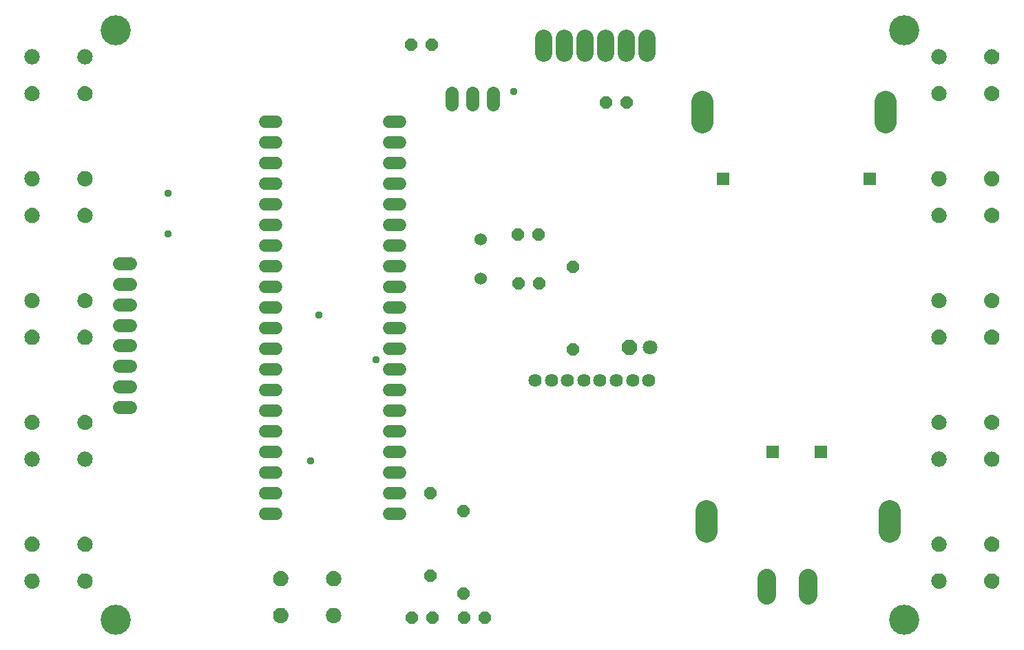
<source format=gbr>
G04 EAGLE Gerber RS-274X export*
G75*
%MOMM*%
%FSLAX34Y34*%
%LPD*%
%INSoldermask Bottom*%
%IPPOS*%
%AMOC8*
5,1,8,0,0,1.08239X$1,22.5*%
G01*
%ADD10C,3.703200*%
%ADD11P,1.951982X8X202.500000*%
%ADD12C,1.803400*%
%ADD13P,1.649562X8X202.500000*%
%ADD14C,2.743200*%
%ADD15C,1.524000*%
%ADD16C,1.625600*%
%ADD17P,1.649562X8X22.500000*%
%ADD18C,1.524000*%
%ADD19P,1.649562X8X292.500000*%
%ADD20P,1.649562X8X112.500000*%
%ADD21C,1.625600*%
%ADD22R,1.511200X1.511200*%
%ADD23C,2.298700*%
%ADD24C,2.082800*%
%ADD25C,0.959600*%

G36*
X1044249Y713390D02*
X1044249Y713390D01*
X1044296Y713403D01*
X1044371Y713413D01*
X1045988Y713891D01*
X1046016Y713905D01*
X1046037Y713909D01*
X1046061Y713923D01*
X1046103Y713937D01*
X1047595Y714721D01*
X1047633Y714751D01*
X1047699Y714789D01*
X1049010Y715849D01*
X1049041Y715885D01*
X1049098Y715936D01*
X1050177Y717231D01*
X1050201Y717273D01*
X1050247Y717334D01*
X1051053Y718815D01*
X1051068Y718860D01*
X1051101Y718929D01*
X1051602Y720538D01*
X1051608Y720586D01*
X1051627Y720660D01*
X1051802Y722313D01*
X1051849Y722569D01*
X1051849Y722591D01*
X1051856Y722751D01*
X1051671Y724469D01*
X1051658Y724515D01*
X1051646Y724590D01*
X1051130Y726239D01*
X1051108Y726282D01*
X1051082Y726353D01*
X1050254Y727870D01*
X1050224Y727908D01*
X1050184Y727973D01*
X1049077Y729299D01*
X1049040Y729330D01*
X1048988Y729386D01*
X1047643Y730470D01*
X1047601Y730493D01*
X1047539Y730539D01*
X1046008Y731340D01*
X1045962Y731354D01*
X1045893Y731386D01*
X1044236Y731874D01*
X1044188Y731879D01*
X1044114Y731897D01*
X1042645Y732029D01*
X1042617Y732045D01*
X1042578Y732051D01*
X1042541Y732066D01*
X1042445Y732071D01*
X1042395Y732079D01*
X1042375Y732076D01*
X1042354Y732077D01*
X1040663Y731925D01*
X1040617Y731912D01*
X1040541Y731902D01*
X1038912Y731423D01*
X1038869Y731402D01*
X1038797Y731376D01*
X1037293Y730589D01*
X1037255Y730560D01*
X1037189Y730521D01*
X1035867Y729455D01*
X1035835Y729419D01*
X1035778Y729368D01*
X1034689Y728065D01*
X1034666Y728024D01*
X1034619Y727963D01*
X1033806Y726472D01*
X1033791Y726427D01*
X1033757Y726358D01*
X1033250Y724738D01*
X1033244Y724690D01*
X1033225Y724616D01*
X1033044Y722933D01*
X1033020Y722735D01*
X1033022Y722684D01*
X1033018Y722593D01*
X1033191Y720884D01*
X1033205Y720838D01*
X1033216Y720762D01*
X1033719Y719120D01*
X1033741Y719077D01*
X1033767Y719005D01*
X1034581Y717492D01*
X1034611Y717455D01*
X1034651Y717389D01*
X1035744Y716065D01*
X1035781Y716033D01*
X1035832Y715977D01*
X1037163Y714891D01*
X1037206Y714868D01*
X1037267Y714822D01*
X1038784Y714017D01*
X1038830Y714002D01*
X1038899Y713970D01*
X1039142Y713897D01*
X1039143Y713897D01*
X1040545Y713476D01*
X1040592Y713470D01*
X1040667Y713452D01*
X1042254Y713300D01*
X1042271Y713294D01*
X1042365Y713252D01*
X1042375Y713252D01*
X1042383Y713248D01*
X1042570Y713237D01*
X1044249Y713390D01*
G37*
G36*
X-70751Y713390D02*
X-70751Y713390D01*
X-70704Y713403D01*
X-70629Y713413D01*
X-69012Y713891D01*
X-68984Y713905D01*
X-68963Y713909D01*
X-68939Y713923D01*
X-68897Y713937D01*
X-67405Y714721D01*
X-67367Y714751D01*
X-67301Y714789D01*
X-65990Y715849D01*
X-65959Y715885D01*
X-65902Y715936D01*
X-64823Y717231D01*
X-64799Y717273D01*
X-64753Y717334D01*
X-63947Y718815D01*
X-63932Y718860D01*
X-63899Y718929D01*
X-63398Y720538D01*
X-63392Y720586D01*
X-63373Y720660D01*
X-63198Y722313D01*
X-63151Y722569D01*
X-63151Y722591D01*
X-63144Y722751D01*
X-63329Y724469D01*
X-63342Y724515D01*
X-63354Y724590D01*
X-63870Y726239D01*
X-63892Y726282D01*
X-63918Y726353D01*
X-64746Y727870D01*
X-64776Y727908D01*
X-64816Y727973D01*
X-65924Y729299D01*
X-65960Y729330D01*
X-66012Y729386D01*
X-67357Y730470D01*
X-67399Y730493D01*
X-67461Y730539D01*
X-68992Y731340D01*
X-69038Y731354D01*
X-69107Y731386D01*
X-70764Y731874D01*
X-70812Y731879D01*
X-70887Y731897D01*
X-72355Y732029D01*
X-72383Y732045D01*
X-72422Y732051D01*
X-72459Y732066D01*
X-72555Y732071D01*
X-72605Y732079D01*
X-72625Y732076D01*
X-72646Y732077D01*
X-74337Y731925D01*
X-74383Y731912D01*
X-74459Y731902D01*
X-76088Y731423D01*
X-76131Y731402D01*
X-76203Y731376D01*
X-77707Y730589D01*
X-77746Y730560D01*
X-77811Y730521D01*
X-79133Y729455D01*
X-79165Y729419D01*
X-79222Y729368D01*
X-80311Y728065D01*
X-80334Y728024D01*
X-80381Y727963D01*
X-81194Y726472D01*
X-81209Y726427D01*
X-81243Y726358D01*
X-81750Y724738D01*
X-81756Y724690D01*
X-81775Y724616D01*
X-81956Y722933D01*
X-81981Y722735D01*
X-81978Y722684D01*
X-81982Y722593D01*
X-81809Y720884D01*
X-81796Y720838D01*
X-81784Y720762D01*
X-81281Y719120D01*
X-81259Y719077D01*
X-81233Y719005D01*
X-80419Y717492D01*
X-80389Y717455D01*
X-80349Y717389D01*
X-79256Y716065D01*
X-79219Y716033D01*
X-79168Y715977D01*
X-77837Y714891D01*
X-77794Y714868D01*
X-77733Y714822D01*
X-76216Y714017D01*
X-76170Y714002D01*
X-76101Y713970D01*
X-75858Y713897D01*
X-75857Y713897D01*
X-74455Y713476D01*
X-74408Y713470D01*
X-74333Y713452D01*
X-72746Y713300D01*
X-72729Y713294D01*
X-72635Y713252D01*
X-72625Y713252D01*
X-72617Y713248D01*
X-72430Y713237D01*
X-70751Y713390D01*
G37*
G36*
X1109324Y713365D02*
X1109324Y713365D01*
X1109371Y713378D01*
X1109446Y713388D01*
X1111063Y713866D01*
X1111091Y713880D01*
X1111112Y713884D01*
X1111136Y713898D01*
X1111178Y713912D01*
X1112670Y714696D01*
X1112708Y714726D01*
X1112774Y714764D01*
X1114085Y715824D01*
X1114116Y715860D01*
X1114173Y715911D01*
X1115252Y717206D01*
X1115276Y717248D01*
X1115322Y717309D01*
X1116128Y718790D01*
X1116143Y718835D01*
X1116176Y718904D01*
X1116677Y720513D01*
X1116683Y720561D01*
X1116702Y720635D01*
X1116877Y722288D01*
X1116924Y722544D01*
X1116924Y722566D01*
X1116931Y722726D01*
X1116746Y724444D01*
X1116733Y724490D01*
X1116721Y724565D01*
X1116205Y726214D01*
X1116183Y726257D01*
X1116157Y726328D01*
X1115329Y727845D01*
X1115299Y727883D01*
X1115259Y727948D01*
X1114152Y729274D01*
X1114115Y729305D01*
X1114063Y729361D01*
X1112718Y730445D01*
X1112676Y730468D01*
X1112614Y730514D01*
X1111083Y731315D01*
X1111037Y731329D01*
X1110968Y731361D01*
X1109311Y731849D01*
X1109263Y731854D01*
X1109189Y731872D01*
X1107720Y732004D01*
X1107692Y732020D01*
X1107653Y732026D01*
X1107616Y732041D01*
X1107520Y732046D01*
X1107470Y732054D01*
X1107450Y732051D01*
X1107429Y732052D01*
X1105738Y731900D01*
X1105692Y731887D01*
X1105616Y731877D01*
X1103987Y731398D01*
X1103944Y731377D01*
X1103872Y731351D01*
X1102368Y730564D01*
X1102330Y730535D01*
X1102264Y730496D01*
X1100942Y729430D01*
X1100910Y729394D01*
X1100853Y729343D01*
X1099764Y728040D01*
X1099741Y727999D01*
X1099694Y727938D01*
X1098881Y726447D01*
X1098866Y726402D01*
X1098832Y726333D01*
X1098325Y724713D01*
X1098319Y724665D01*
X1098300Y724591D01*
X1098119Y722908D01*
X1098095Y722710D01*
X1098097Y722659D01*
X1098093Y722568D01*
X1098266Y720859D01*
X1098280Y720813D01*
X1098291Y720737D01*
X1098794Y719095D01*
X1098816Y719052D01*
X1098842Y718980D01*
X1099656Y717467D01*
X1099686Y717430D01*
X1099726Y717364D01*
X1100819Y716040D01*
X1100856Y716008D01*
X1100907Y715952D01*
X1102238Y714866D01*
X1102281Y714843D01*
X1102342Y714797D01*
X1103859Y713992D01*
X1103905Y713977D01*
X1103974Y713945D01*
X1104217Y713872D01*
X1104218Y713872D01*
X1105620Y713451D01*
X1105667Y713445D01*
X1105742Y713427D01*
X1107329Y713275D01*
X1107346Y713269D01*
X1107440Y713227D01*
X1107450Y713227D01*
X1107458Y713223D01*
X1107645Y713212D01*
X1109324Y713365D01*
G37*
G36*
X-5676Y713365D02*
X-5676Y713365D01*
X-5629Y713378D01*
X-5554Y713388D01*
X-3937Y713866D01*
X-3909Y713880D01*
X-3888Y713884D01*
X-3864Y713898D01*
X-3822Y713912D01*
X-2330Y714696D01*
X-2292Y714726D01*
X-2226Y714764D01*
X-915Y715824D01*
X-884Y715860D01*
X-827Y715911D01*
X252Y717206D01*
X276Y717248D01*
X322Y717309D01*
X1128Y718790D01*
X1143Y718835D01*
X1176Y718904D01*
X1677Y720513D01*
X1683Y720561D01*
X1702Y720635D01*
X1877Y722288D01*
X1924Y722544D01*
X1924Y722566D01*
X1931Y722726D01*
X1746Y724444D01*
X1733Y724490D01*
X1721Y724565D01*
X1205Y726214D01*
X1183Y726257D01*
X1157Y726328D01*
X329Y727845D01*
X299Y727883D01*
X259Y727948D01*
X-849Y729274D01*
X-885Y729305D01*
X-937Y729361D01*
X-2282Y730445D01*
X-2324Y730468D01*
X-2386Y730514D01*
X-3917Y731315D01*
X-3963Y731329D01*
X-4032Y731361D01*
X-5689Y731849D01*
X-5737Y731854D01*
X-5812Y731872D01*
X-7280Y732004D01*
X-7308Y732020D01*
X-7347Y732026D01*
X-7384Y732041D01*
X-7480Y732046D01*
X-7530Y732054D01*
X-7550Y732051D01*
X-7571Y732052D01*
X-9262Y731900D01*
X-9308Y731887D01*
X-9384Y731877D01*
X-11013Y731398D01*
X-11056Y731377D01*
X-11128Y731351D01*
X-12632Y730564D01*
X-12671Y730535D01*
X-12736Y730496D01*
X-14058Y729430D01*
X-14090Y729394D01*
X-14147Y729343D01*
X-15236Y728040D01*
X-15259Y727999D01*
X-15306Y727938D01*
X-16119Y726447D01*
X-16134Y726402D01*
X-16168Y726333D01*
X-16675Y724713D01*
X-16681Y724665D01*
X-16700Y724591D01*
X-16881Y722908D01*
X-16906Y722710D01*
X-16903Y722659D01*
X-16907Y722568D01*
X-16734Y720859D01*
X-16721Y720813D01*
X-16709Y720737D01*
X-16206Y719095D01*
X-16184Y719052D01*
X-16158Y718980D01*
X-15344Y717467D01*
X-15314Y717430D01*
X-15274Y717364D01*
X-14181Y716040D01*
X-14144Y716008D01*
X-14093Y715952D01*
X-12762Y714866D01*
X-12719Y714843D01*
X-12658Y714797D01*
X-11141Y713992D01*
X-11095Y713977D01*
X-11026Y713945D01*
X-10783Y713872D01*
X-10782Y713872D01*
X-9380Y713451D01*
X-9333Y713445D01*
X-9258Y713427D01*
X-7671Y713275D01*
X-7654Y713269D01*
X-7560Y713227D01*
X-7550Y713227D01*
X-7542Y713223D01*
X-7355Y713212D01*
X-5676Y713365D01*
G37*
G36*
X1109324Y668127D02*
X1109324Y668127D01*
X1109371Y668140D01*
X1109446Y668150D01*
X1111063Y668628D01*
X1111091Y668642D01*
X1111112Y668646D01*
X1111136Y668660D01*
X1111178Y668674D01*
X1112670Y669458D01*
X1112708Y669488D01*
X1112774Y669526D01*
X1114085Y670586D01*
X1114116Y670622D01*
X1114173Y670673D01*
X1115252Y671968D01*
X1115276Y672010D01*
X1115322Y672071D01*
X1116128Y673552D01*
X1116143Y673597D01*
X1116176Y673666D01*
X1116677Y675275D01*
X1116683Y675323D01*
X1116702Y675397D01*
X1116877Y677050D01*
X1116924Y677306D01*
X1116924Y677328D01*
X1116931Y677488D01*
X1116746Y679206D01*
X1116733Y679252D01*
X1116721Y679327D01*
X1116205Y680976D01*
X1116183Y681019D01*
X1116157Y681090D01*
X1115329Y682607D01*
X1115299Y682645D01*
X1115259Y682710D01*
X1114152Y684036D01*
X1114115Y684067D01*
X1114063Y684123D01*
X1112718Y685207D01*
X1112676Y685230D01*
X1112614Y685276D01*
X1111083Y686077D01*
X1111037Y686091D01*
X1110968Y686123D01*
X1109311Y686611D01*
X1109263Y686616D01*
X1109189Y686634D01*
X1107720Y686766D01*
X1107692Y686782D01*
X1107653Y686788D01*
X1107616Y686803D01*
X1107520Y686808D01*
X1107470Y686816D01*
X1107450Y686813D01*
X1107429Y686814D01*
X1105738Y686662D01*
X1105692Y686649D01*
X1105616Y686639D01*
X1103987Y686160D01*
X1103944Y686139D01*
X1103872Y686113D01*
X1102368Y685326D01*
X1102330Y685297D01*
X1102264Y685258D01*
X1100942Y684192D01*
X1100910Y684156D01*
X1100853Y684105D01*
X1099764Y682802D01*
X1099741Y682761D01*
X1099694Y682700D01*
X1098881Y681209D01*
X1098866Y681164D01*
X1098832Y681095D01*
X1098325Y679475D01*
X1098319Y679427D01*
X1098300Y679353D01*
X1098119Y677670D01*
X1098095Y677472D01*
X1098097Y677421D01*
X1098093Y677330D01*
X1098266Y675621D01*
X1098280Y675575D01*
X1098291Y675499D01*
X1098794Y673857D01*
X1098816Y673814D01*
X1098842Y673742D01*
X1099656Y672229D01*
X1099686Y672192D01*
X1099726Y672126D01*
X1100819Y670802D01*
X1100856Y670770D01*
X1100907Y670714D01*
X1102238Y669628D01*
X1102281Y669605D01*
X1102342Y669559D01*
X1103859Y668754D01*
X1103905Y668739D01*
X1103974Y668707D01*
X1104217Y668634D01*
X1104218Y668634D01*
X1105620Y668213D01*
X1105667Y668207D01*
X1105742Y668189D01*
X1107329Y668037D01*
X1107346Y668031D01*
X1107440Y667989D01*
X1107450Y667989D01*
X1107458Y667985D01*
X1107645Y667974D01*
X1109324Y668127D01*
G37*
G36*
X-5676Y668127D02*
X-5676Y668127D01*
X-5629Y668140D01*
X-5554Y668150D01*
X-3937Y668628D01*
X-3909Y668642D01*
X-3888Y668646D01*
X-3864Y668660D01*
X-3822Y668674D01*
X-2330Y669458D01*
X-2292Y669488D01*
X-2226Y669526D01*
X-915Y670586D01*
X-884Y670622D01*
X-827Y670673D01*
X252Y671968D01*
X276Y672010D01*
X322Y672071D01*
X1128Y673552D01*
X1143Y673597D01*
X1176Y673666D01*
X1677Y675275D01*
X1683Y675323D01*
X1702Y675397D01*
X1877Y677050D01*
X1924Y677306D01*
X1924Y677328D01*
X1931Y677488D01*
X1746Y679206D01*
X1733Y679252D01*
X1721Y679327D01*
X1205Y680976D01*
X1183Y681019D01*
X1157Y681090D01*
X329Y682607D01*
X299Y682645D01*
X259Y682710D01*
X-849Y684036D01*
X-885Y684067D01*
X-937Y684123D01*
X-2282Y685207D01*
X-2324Y685230D01*
X-2386Y685276D01*
X-3917Y686077D01*
X-3963Y686091D01*
X-4032Y686123D01*
X-5689Y686611D01*
X-5737Y686616D01*
X-5812Y686634D01*
X-7280Y686766D01*
X-7308Y686782D01*
X-7347Y686788D01*
X-7384Y686803D01*
X-7480Y686808D01*
X-7530Y686816D01*
X-7550Y686813D01*
X-7571Y686814D01*
X-9262Y686662D01*
X-9308Y686649D01*
X-9384Y686639D01*
X-11013Y686160D01*
X-11056Y686139D01*
X-11128Y686113D01*
X-12632Y685326D01*
X-12671Y685297D01*
X-12736Y685258D01*
X-14058Y684192D01*
X-14090Y684156D01*
X-14147Y684105D01*
X-15236Y682802D01*
X-15259Y682761D01*
X-15306Y682700D01*
X-16119Y681209D01*
X-16134Y681164D01*
X-16168Y681095D01*
X-16675Y679475D01*
X-16681Y679427D01*
X-16700Y679353D01*
X-16881Y677670D01*
X-16906Y677472D01*
X-16903Y677421D01*
X-16907Y677330D01*
X-16734Y675621D01*
X-16721Y675575D01*
X-16709Y675499D01*
X-16206Y673857D01*
X-16184Y673814D01*
X-16158Y673742D01*
X-15344Y672229D01*
X-15314Y672192D01*
X-15274Y672126D01*
X-14181Y670802D01*
X-14144Y670770D01*
X-14093Y670714D01*
X-12762Y669628D01*
X-12719Y669605D01*
X-12658Y669559D01*
X-11141Y668754D01*
X-11095Y668739D01*
X-11026Y668707D01*
X-10783Y668634D01*
X-10782Y668634D01*
X-9380Y668213D01*
X-9333Y668207D01*
X-9258Y668189D01*
X-7671Y668037D01*
X-7654Y668031D01*
X-7560Y667989D01*
X-7550Y667989D01*
X-7542Y667985D01*
X-7355Y667974D01*
X-5676Y668127D01*
G37*
G36*
X1044300Y668102D02*
X1044300Y668102D01*
X1044347Y668115D01*
X1044422Y668125D01*
X1046039Y668603D01*
X1046067Y668617D01*
X1046088Y668621D01*
X1046112Y668635D01*
X1046154Y668649D01*
X1047646Y669433D01*
X1047684Y669463D01*
X1047750Y669501D01*
X1049061Y670561D01*
X1049092Y670597D01*
X1049149Y670648D01*
X1050228Y671943D01*
X1050252Y671985D01*
X1050298Y672046D01*
X1051104Y673527D01*
X1051119Y673572D01*
X1051152Y673641D01*
X1051653Y675250D01*
X1051659Y675298D01*
X1051678Y675372D01*
X1051853Y677025D01*
X1051900Y677281D01*
X1051900Y677303D01*
X1051907Y677463D01*
X1051722Y679181D01*
X1051709Y679227D01*
X1051697Y679302D01*
X1051181Y680951D01*
X1051159Y680994D01*
X1051133Y681065D01*
X1050305Y682582D01*
X1050275Y682620D01*
X1050235Y682685D01*
X1049128Y684011D01*
X1049091Y684042D01*
X1049039Y684098D01*
X1047694Y685182D01*
X1047652Y685205D01*
X1047590Y685251D01*
X1046059Y686052D01*
X1046013Y686066D01*
X1045944Y686098D01*
X1044287Y686586D01*
X1044239Y686591D01*
X1044165Y686609D01*
X1042696Y686741D01*
X1042668Y686757D01*
X1042629Y686763D01*
X1042592Y686778D01*
X1042496Y686783D01*
X1042446Y686791D01*
X1042426Y686788D01*
X1042405Y686789D01*
X1040714Y686637D01*
X1040668Y686624D01*
X1040592Y686614D01*
X1038963Y686135D01*
X1038920Y686114D01*
X1038848Y686088D01*
X1037344Y685301D01*
X1037306Y685272D01*
X1037240Y685233D01*
X1035918Y684167D01*
X1035886Y684131D01*
X1035829Y684080D01*
X1034740Y682777D01*
X1034717Y682736D01*
X1034670Y682675D01*
X1033857Y681184D01*
X1033842Y681139D01*
X1033808Y681070D01*
X1033301Y679450D01*
X1033295Y679402D01*
X1033276Y679328D01*
X1033095Y677645D01*
X1033071Y677447D01*
X1033073Y677396D01*
X1033069Y677305D01*
X1033242Y675596D01*
X1033256Y675550D01*
X1033267Y675474D01*
X1033770Y673832D01*
X1033792Y673789D01*
X1033818Y673717D01*
X1034632Y672204D01*
X1034662Y672167D01*
X1034702Y672101D01*
X1035795Y670777D01*
X1035832Y670745D01*
X1035883Y670689D01*
X1037214Y669603D01*
X1037257Y669580D01*
X1037318Y669534D01*
X1038835Y668729D01*
X1038881Y668714D01*
X1038950Y668682D01*
X1039193Y668609D01*
X1039194Y668609D01*
X1040596Y668188D01*
X1040643Y668182D01*
X1040718Y668164D01*
X1042305Y668012D01*
X1042322Y668006D01*
X1042416Y667964D01*
X1042426Y667964D01*
X1042434Y667960D01*
X1042621Y667949D01*
X1044300Y668102D01*
G37*
G36*
X-70700Y668102D02*
X-70700Y668102D01*
X-70653Y668115D01*
X-70578Y668125D01*
X-68961Y668603D01*
X-68933Y668617D01*
X-68912Y668621D01*
X-68888Y668635D01*
X-68846Y668649D01*
X-67354Y669433D01*
X-67316Y669463D01*
X-67250Y669501D01*
X-65939Y670561D01*
X-65908Y670597D01*
X-65851Y670648D01*
X-64772Y671943D01*
X-64748Y671985D01*
X-64702Y672046D01*
X-63896Y673527D01*
X-63881Y673572D01*
X-63848Y673641D01*
X-63347Y675250D01*
X-63341Y675298D01*
X-63322Y675372D01*
X-63147Y677025D01*
X-63100Y677281D01*
X-63100Y677303D01*
X-63093Y677463D01*
X-63278Y679181D01*
X-63291Y679227D01*
X-63303Y679302D01*
X-63819Y680951D01*
X-63841Y680994D01*
X-63867Y681065D01*
X-64695Y682582D01*
X-64725Y682620D01*
X-64765Y682685D01*
X-65873Y684011D01*
X-65909Y684042D01*
X-65961Y684098D01*
X-67306Y685182D01*
X-67348Y685205D01*
X-67410Y685251D01*
X-68941Y686052D01*
X-68987Y686066D01*
X-69056Y686098D01*
X-70713Y686586D01*
X-70761Y686591D01*
X-70836Y686609D01*
X-72304Y686741D01*
X-72332Y686757D01*
X-72371Y686763D01*
X-72408Y686778D01*
X-72504Y686783D01*
X-72554Y686791D01*
X-72574Y686788D01*
X-72595Y686789D01*
X-74286Y686637D01*
X-74332Y686624D01*
X-74408Y686614D01*
X-76037Y686135D01*
X-76080Y686114D01*
X-76152Y686088D01*
X-77656Y685301D01*
X-77695Y685272D01*
X-77760Y685233D01*
X-79082Y684167D01*
X-79114Y684131D01*
X-79171Y684080D01*
X-80260Y682777D01*
X-80283Y682736D01*
X-80330Y682675D01*
X-81143Y681184D01*
X-81158Y681139D01*
X-81192Y681070D01*
X-81699Y679450D01*
X-81705Y679402D01*
X-81724Y679328D01*
X-81905Y677645D01*
X-81930Y677447D01*
X-81927Y677396D01*
X-81931Y677305D01*
X-81758Y675596D01*
X-81745Y675550D01*
X-81733Y675474D01*
X-81230Y673832D01*
X-81208Y673789D01*
X-81182Y673717D01*
X-80368Y672204D01*
X-80338Y672167D01*
X-80298Y672101D01*
X-79205Y670777D01*
X-79168Y670745D01*
X-79117Y670689D01*
X-77786Y669603D01*
X-77743Y669580D01*
X-77682Y669534D01*
X-76165Y668729D01*
X-76119Y668714D01*
X-76050Y668682D01*
X-75807Y668609D01*
X-75806Y668609D01*
X-74404Y668188D01*
X-74357Y668182D01*
X-74282Y668164D01*
X-72695Y668012D01*
X-72678Y668006D01*
X-72584Y667964D01*
X-72574Y667964D01*
X-72566Y667960D01*
X-72379Y667949D01*
X-70700Y668102D01*
G37*
G36*
X1044249Y563390D02*
X1044249Y563390D01*
X1044296Y563403D01*
X1044371Y563413D01*
X1045988Y563891D01*
X1046016Y563905D01*
X1046037Y563909D01*
X1046061Y563923D01*
X1046103Y563937D01*
X1047595Y564721D01*
X1047633Y564751D01*
X1047699Y564789D01*
X1049010Y565849D01*
X1049041Y565885D01*
X1049098Y565936D01*
X1050177Y567231D01*
X1050201Y567273D01*
X1050247Y567334D01*
X1051053Y568815D01*
X1051068Y568860D01*
X1051101Y568929D01*
X1051602Y570538D01*
X1051608Y570586D01*
X1051627Y570660D01*
X1051802Y572313D01*
X1051849Y572569D01*
X1051849Y572591D01*
X1051856Y572751D01*
X1051671Y574469D01*
X1051658Y574515D01*
X1051646Y574590D01*
X1051130Y576239D01*
X1051108Y576282D01*
X1051082Y576353D01*
X1050254Y577870D01*
X1050224Y577908D01*
X1050184Y577973D01*
X1049077Y579299D01*
X1049040Y579330D01*
X1048988Y579386D01*
X1047643Y580470D01*
X1047601Y580493D01*
X1047539Y580539D01*
X1046008Y581340D01*
X1045962Y581354D01*
X1045893Y581386D01*
X1044236Y581874D01*
X1044188Y581879D01*
X1044114Y581897D01*
X1042645Y582029D01*
X1042617Y582045D01*
X1042578Y582051D01*
X1042541Y582066D01*
X1042445Y582071D01*
X1042395Y582079D01*
X1042375Y582076D01*
X1042354Y582077D01*
X1040663Y581925D01*
X1040617Y581912D01*
X1040541Y581902D01*
X1038912Y581423D01*
X1038869Y581402D01*
X1038797Y581376D01*
X1037293Y580589D01*
X1037255Y580560D01*
X1037189Y580521D01*
X1035867Y579455D01*
X1035835Y579419D01*
X1035778Y579368D01*
X1034689Y578065D01*
X1034666Y578024D01*
X1034619Y577963D01*
X1033806Y576472D01*
X1033791Y576427D01*
X1033757Y576358D01*
X1033250Y574738D01*
X1033244Y574690D01*
X1033225Y574616D01*
X1033044Y572933D01*
X1033020Y572735D01*
X1033022Y572684D01*
X1033018Y572593D01*
X1033191Y570884D01*
X1033205Y570838D01*
X1033216Y570762D01*
X1033719Y569120D01*
X1033741Y569077D01*
X1033767Y569005D01*
X1034581Y567492D01*
X1034611Y567455D01*
X1034651Y567389D01*
X1035744Y566065D01*
X1035781Y566033D01*
X1035832Y565977D01*
X1037163Y564891D01*
X1037206Y564868D01*
X1037267Y564822D01*
X1038784Y564017D01*
X1038830Y564002D01*
X1038899Y563970D01*
X1039142Y563897D01*
X1039143Y563897D01*
X1040545Y563476D01*
X1040592Y563470D01*
X1040667Y563452D01*
X1042254Y563300D01*
X1042271Y563294D01*
X1042365Y563252D01*
X1042375Y563252D01*
X1042383Y563248D01*
X1042570Y563237D01*
X1044249Y563390D01*
G37*
G36*
X-70751Y563390D02*
X-70751Y563390D01*
X-70704Y563403D01*
X-70629Y563413D01*
X-69012Y563891D01*
X-68984Y563905D01*
X-68963Y563909D01*
X-68939Y563923D01*
X-68897Y563937D01*
X-67405Y564721D01*
X-67367Y564751D01*
X-67301Y564789D01*
X-65990Y565849D01*
X-65959Y565885D01*
X-65902Y565936D01*
X-64823Y567231D01*
X-64799Y567273D01*
X-64753Y567334D01*
X-63947Y568815D01*
X-63932Y568860D01*
X-63899Y568929D01*
X-63398Y570538D01*
X-63392Y570586D01*
X-63373Y570660D01*
X-63198Y572313D01*
X-63151Y572569D01*
X-63151Y572591D01*
X-63144Y572751D01*
X-63329Y574469D01*
X-63342Y574515D01*
X-63354Y574590D01*
X-63870Y576239D01*
X-63892Y576282D01*
X-63918Y576353D01*
X-64746Y577870D01*
X-64776Y577908D01*
X-64816Y577973D01*
X-65924Y579299D01*
X-65960Y579330D01*
X-66012Y579386D01*
X-67357Y580470D01*
X-67399Y580493D01*
X-67461Y580539D01*
X-68992Y581340D01*
X-69038Y581354D01*
X-69107Y581386D01*
X-70764Y581874D01*
X-70812Y581879D01*
X-70887Y581897D01*
X-72355Y582029D01*
X-72383Y582045D01*
X-72422Y582051D01*
X-72459Y582066D01*
X-72555Y582071D01*
X-72605Y582079D01*
X-72625Y582076D01*
X-72646Y582077D01*
X-74337Y581925D01*
X-74383Y581912D01*
X-74459Y581902D01*
X-76088Y581423D01*
X-76131Y581402D01*
X-76203Y581376D01*
X-77707Y580589D01*
X-77746Y580560D01*
X-77811Y580521D01*
X-79133Y579455D01*
X-79165Y579419D01*
X-79222Y579368D01*
X-80311Y578065D01*
X-80334Y578024D01*
X-80381Y577963D01*
X-81194Y576472D01*
X-81209Y576427D01*
X-81243Y576358D01*
X-81750Y574738D01*
X-81756Y574690D01*
X-81775Y574616D01*
X-81956Y572933D01*
X-81981Y572735D01*
X-81978Y572684D01*
X-81982Y572593D01*
X-81809Y570884D01*
X-81796Y570838D01*
X-81784Y570762D01*
X-81281Y569120D01*
X-81259Y569077D01*
X-81233Y569005D01*
X-80419Y567492D01*
X-80389Y567455D01*
X-80349Y567389D01*
X-79256Y566065D01*
X-79219Y566033D01*
X-79168Y565977D01*
X-77837Y564891D01*
X-77794Y564868D01*
X-77733Y564822D01*
X-76216Y564017D01*
X-76170Y564002D01*
X-76101Y563970D01*
X-75858Y563897D01*
X-75857Y563897D01*
X-74455Y563476D01*
X-74408Y563470D01*
X-74333Y563452D01*
X-72746Y563300D01*
X-72729Y563294D01*
X-72635Y563252D01*
X-72625Y563252D01*
X-72617Y563248D01*
X-72430Y563237D01*
X-70751Y563390D01*
G37*
G36*
X1109324Y563365D02*
X1109324Y563365D01*
X1109371Y563378D01*
X1109446Y563388D01*
X1111063Y563866D01*
X1111091Y563880D01*
X1111112Y563884D01*
X1111136Y563898D01*
X1111178Y563912D01*
X1112670Y564696D01*
X1112708Y564726D01*
X1112774Y564764D01*
X1114085Y565824D01*
X1114116Y565860D01*
X1114173Y565911D01*
X1115252Y567206D01*
X1115276Y567248D01*
X1115322Y567309D01*
X1116128Y568790D01*
X1116143Y568835D01*
X1116176Y568904D01*
X1116677Y570513D01*
X1116683Y570561D01*
X1116702Y570635D01*
X1116877Y572288D01*
X1116924Y572544D01*
X1116924Y572566D01*
X1116931Y572726D01*
X1116746Y574444D01*
X1116733Y574490D01*
X1116721Y574565D01*
X1116205Y576214D01*
X1116183Y576257D01*
X1116157Y576328D01*
X1115329Y577845D01*
X1115299Y577883D01*
X1115259Y577948D01*
X1114152Y579274D01*
X1114115Y579305D01*
X1114063Y579361D01*
X1112718Y580445D01*
X1112676Y580468D01*
X1112614Y580514D01*
X1111083Y581315D01*
X1111037Y581329D01*
X1110968Y581361D01*
X1109311Y581849D01*
X1109263Y581854D01*
X1109189Y581872D01*
X1107720Y582004D01*
X1107692Y582020D01*
X1107653Y582026D01*
X1107616Y582041D01*
X1107520Y582046D01*
X1107470Y582054D01*
X1107450Y582051D01*
X1107429Y582052D01*
X1105738Y581900D01*
X1105692Y581887D01*
X1105616Y581877D01*
X1103987Y581398D01*
X1103944Y581377D01*
X1103872Y581351D01*
X1102368Y580564D01*
X1102330Y580535D01*
X1102264Y580496D01*
X1100942Y579430D01*
X1100910Y579394D01*
X1100853Y579343D01*
X1099764Y578040D01*
X1099741Y577999D01*
X1099694Y577938D01*
X1098881Y576447D01*
X1098866Y576402D01*
X1098832Y576333D01*
X1098325Y574713D01*
X1098319Y574665D01*
X1098300Y574591D01*
X1098119Y572908D01*
X1098095Y572710D01*
X1098097Y572659D01*
X1098093Y572568D01*
X1098266Y570859D01*
X1098280Y570813D01*
X1098291Y570737D01*
X1098794Y569095D01*
X1098816Y569052D01*
X1098842Y568980D01*
X1099656Y567467D01*
X1099686Y567430D01*
X1099726Y567364D01*
X1100819Y566040D01*
X1100856Y566008D01*
X1100907Y565952D01*
X1102238Y564866D01*
X1102281Y564843D01*
X1102342Y564797D01*
X1103859Y563992D01*
X1103905Y563977D01*
X1103974Y563945D01*
X1104217Y563872D01*
X1104218Y563872D01*
X1105620Y563451D01*
X1105667Y563445D01*
X1105742Y563427D01*
X1107329Y563275D01*
X1107346Y563269D01*
X1107440Y563227D01*
X1107450Y563227D01*
X1107458Y563223D01*
X1107645Y563212D01*
X1109324Y563365D01*
G37*
G36*
X-5676Y563365D02*
X-5676Y563365D01*
X-5629Y563378D01*
X-5554Y563388D01*
X-3937Y563866D01*
X-3909Y563880D01*
X-3888Y563884D01*
X-3864Y563898D01*
X-3822Y563912D01*
X-2330Y564696D01*
X-2292Y564726D01*
X-2226Y564764D01*
X-915Y565824D01*
X-884Y565860D01*
X-827Y565911D01*
X252Y567206D01*
X276Y567248D01*
X322Y567309D01*
X1128Y568790D01*
X1143Y568835D01*
X1176Y568904D01*
X1677Y570513D01*
X1683Y570561D01*
X1702Y570635D01*
X1877Y572288D01*
X1924Y572544D01*
X1924Y572566D01*
X1931Y572726D01*
X1746Y574444D01*
X1733Y574490D01*
X1721Y574565D01*
X1205Y576214D01*
X1183Y576257D01*
X1157Y576328D01*
X329Y577845D01*
X299Y577883D01*
X259Y577948D01*
X-849Y579274D01*
X-885Y579305D01*
X-937Y579361D01*
X-2282Y580445D01*
X-2324Y580468D01*
X-2386Y580514D01*
X-3917Y581315D01*
X-3963Y581329D01*
X-4032Y581361D01*
X-5689Y581849D01*
X-5737Y581854D01*
X-5812Y581872D01*
X-7280Y582004D01*
X-7308Y582020D01*
X-7347Y582026D01*
X-7384Y582041D01*
X-7480Y582046D01*
X-7530Y582054D01*
X-7550Y582051D01*
X-7571Y582052D01*
X-9262Y581900D01*
X-9308Y581887D01*
X-9384Y581877D01*
X-11013Y581398D01*
X-11056Y581377D01*
X-11128Y581351D01*
X-12632Y580564D01*
X-12671Y580535D01*
X-12736Y580496D01*
X-14058Y579430D01*
X-14090Y579394D01*
X-14147Y579343D01*
X-15236Y578040D01*
X-15259Y577999D01*
X-15306Y577938D01*
X-16119Y576447D01*
X-16134Y576402D01*
X-16168Y576333D01*
X-16675Y574713D01*
X-16681Y574665D01*
X-16700Y574591D01*
X-16881Y572908D01*
X-16906Y572710D01*
X-16903Y572659D01*
X-16907Y572568D01*
X-16734Y570859D01*
X-16721Y570813D01*
X-16709Y570737D01*
X-16206Y569095D01*
X-16184Y569052D01*
X-16158Y568980D01*
X-15344Y567467D01*
X-15314Y567430D01*
X-15274Y567364D01*
X-14181Y566040D01*
X-14144Y566008D01*
X-14093Y565952D01*
X-12762Y564866D01*
X-12719Y564843D01*
X-12658Y564797D01*
X-11141Y563992D01*
X-11095Y563977D01*
X-11026Y563945D01*
X-10783Y563872D01*
X-10782Y563872D01*
X-9380Y563451D01*
X-9333Y563445D01*
X-9258Y563427D01*
X-7671Y563275D01*
X-7654Y563269D01*
X-7560Y563227D01*
X-7550Y563227D01*
X-7542Y563223D01*
X-7355Y563212D01*
X-5676Y563365D01*
G37*
G36*
X-5676Y518127D02*
X-5676Y518127D01*
X-5629Y518140D01*
X-5554Y518150D01*
X-3937Y518628D01*
X-3909Y518642D01*
X-3888Y518646D01*
X-3864Y518660D01*
X-3822Y518674D01*
X-2330Y519458D01*
X-2292Y519488D01*
X-2226Y519526D01*
X-915Y520586D01*
X-884Y520622D01*
X-827Y520673D01*
X252Y521968D01*
X276Y522010D01*
X322Y522071D01*
X1128Y523552D01*
X1143Y523597D01*
X1176Y523666D01*
X1677Y525275D01*
X1683Y525323D01*
X1702Y525397D01*
X1877Y527050D01*
X1924Y527306D01*
X1924Y527328D01*
X1931Y527488D01*
X1746Y529206D01*
X1733Y529252D01*
X1721Y529327D01*
X1205Y530976D01*
X1183Y531019D01*
X1157Y531090D01*
X329Y532607D01*
X299Y532645D01*
X259Y532710D01*
X-849Y534036D01*
X-885Y534067D01*
X-937Y534123D01*
X-2282Y535207D01*
X-2324Y535230D01*
X-2386Y535276D01*
X-3917Y536077D01*
X-3963Y536091D01*
X-4032Y536123D01*
X-5689Y536611D01*
X-5737Y536616D01*
X-5812Y536634D01*
X-7280Y536766D01*
X-7308Y536782D01*
X-7347Y536788D01*
X-7384Y536803D01*
X-7480Y536808D01*
X-7530Y536816D01*
X-7550Y536813D01*
X-7571Y536814D01*
X-9262Y536662D01*
X-9308Y536649D01*
X-9384Y536639D01*
X-11013Y536160D01*
X-11056Y536139D01*
X-11128Y536113D01*
X-12632Y535326D01*
X-12671Y535297D01*
X-12736Y535258D01*
X-14058Y534192D01*
X-14090Y534156D01*
X-14147Y534105D01*
X-15236Y532802D01*
X-15259Y532761D01*
X-15306Y532700D01*
X-16119Y531209D01*
X-16134Y531164D01*
X-16168Y531095D01*
X-16675Y529475D01*
X-16681Y529427D01*
X-16700Y529353D01*
X-16881Y527670D01*
X-16906Y527472D01*
X-16903Y527421D01*
X-16907Y527330D01*
X-16734Y525621D01*
X-16721Y525575D01*
X-16709Y525499D01*
X-16206Y523857D01*
X-16184Y523814D01*
X-16158Y523742D01*
X-15344Y522229D01*
X-15314Y522192D01*
X-15274Y522126D01*
X-14181Y520802D01*
X-14144Y520770D01*
X-14093Y520714D01*
X-12762Y519628D01*
X-12719Y519605D01*
X-12658Y519559D01*
X-11141Y518754D01*
X-11095Y518739D01*
X-11026Y518707D01*
X-10783Y518634D01*
X-10782Y518634D01*
X-9380Y518213D01*
X-9333Y518207D01*
X-9258Y518189D01*
X-7671Y518037D01*
X-7654Y518031D01*
X-7560Y517989D01*
X-7550Y517989D01*
X-7542Y517985D01*
X-7355Y517974D01*
X-5676Y518127D01*
G37*
G36*
X1109324Y518127D02*
X1109324Y518127D01*
X1109371Y518140D01*
X1109446Y518150D01*
X1111063Y518628D01*
X1111091Y518642D01*
X1111112Y518646D01*
X1111136Y518660D01*
X1111178Y518674D01*
X1112670Y519458D01*
X1112708Y519488D01*
X1112774Y519526D01*
X1114085Y520586D01*
X1114116Y520622D01*
X1114173Y520673D01*
X1115252Y521968D01*
X1115276Y522010D01*
X1115322Y522071D01*
X1116128Y523552D01*
X1116143Y523597D01*
X1116176Y523666D01*
X1116677Y525275D01*
X1116683Y525323D01*
X1116702Y525397D01*
X1116877Y527050D01*
X1116924Y527306D01*
X1116924Y527328D01*
X1116931Y527488D01*
X1116746Y529206D01*
X1116733Y529252D01*
X1116721Y529327D01*
X1116205Y530976D01*
X1116183Y531019D01*
X1116157Y531090D01*
X1115329Y532607D01*
X1115299Y532645D01*
X1115259Y532710D01*
X1114152Y534036D01*
X1114115Y534067D01*
X1114063Y534123D01*
X1112718Y535207D01*
X1112676Y535230D01*
X1112614Y535276D01*
X1111083Y536077D01*
X1111037Y536091D01*
X1110968Y536123D01*
X1109311Y536611D01*
X1109263Y536616D01*
X1109189Y536634D01*
X1107720Y536766D01*
X1107692Y536782D01*
X1107653Y536788D01*
X1107616Y536803D01*
X1107520Y536808D01*
X1107470Y536816D01*
X1107450Y536813D01*
X1107429Y536814D01*
X1105738Y536662D01*
X1105692Y536649D01*
X1105616Y536639D01*
X1103987Y536160D01*
X1103944Y536139D01*
X1103872Y536113D01*
X1102368Y535326D01*
X1102330Y535297D01*
X1102264Y535258D01*
X1100942Y534192D01*
X1100910Y534156D01*
X1100853Y534105D01*
X1099764Y532802D01*
X1099741Y532761D01*
X1099694Y532700D01*
X1098881Y531209D01*
X1098866Y531164D01*
X1098832Y531095D01*
X1098325Y529475D01*
X1098319Y529427D01*
X1098300Y529353D01*
X1098119Y527670D01*
X1098095Y527472D01*
X1098097Y527421D01*
X1098093Y527330D01*
X1098266Y525621D01*
X1098280Y525575D01*
X1098291Y525499D01*
X1098794Y523857D01*
X1098816Y523814D01*
X1098842Y523742D01*
X1099656Y522229D01*
X1099686Y522192D01*
X1099726Y522126D01*
X1100819Y520802D01*
X1100856Y520770D01*
X1100907Y520714D01*
X1102238Y519628D01*
X1102281Y519605D01*
X1102342Y519559D01*
X1103859Y518754D01*
X1103905Y518739D01*
X1103974Y518707D01*
X1104217Y518634D01*
X1104218Y518634D01*
X1105620Y518213D01*
X1105667Y518207D01*
X1105742Y518189D01*
X1107329Y518037D01*
X1107346Y518031D01*
X1107440Y517989D01*
X1107450Y517989D01*
X1107458Y517985D01*
X1107645Y517974D01*
X1109324Y518127D01*
G37*
G36*
X-70700Y518102D02*
X-70700Y518102D01*
X-70653Y518115D01*
X-70578Y518125D01*
X-68961Y518603D01*
X-68933Y518617D01*
X-68912Y518621D01*
X-68888Y518635D01*
X-68846Y518649D01*
X-67354Y519433D01*
X-67316Y519463D01*
X-67250Y519501D01*
X-65939Y520561D01*
X-65908Y520597D01*
X-65851Y520648D01*
X-64772Y521943D01*
X-64748Y521985D01*
X-64702Y522046D01*
X-63896Y523527D01*
X-63881Y523572D01*
X-63848Y523641D01*
X-63347Y525250D01*
X-63341Y525298D01*
X-63322Y525372D01*
X-63147Y527025D01*
X-63100Y527281D01*
X-63100Y527303D01*
X-63093Y527463D01*
X-63278Y529181D01*
X-63291Y529227D01*
X-63303Y529302D01*
X-63819Y530951D01*
X-63841Y530994D01*
X-63867Y531065D01*
X-64695Y532582D01*
X-64725Y532620D01*
X-64765Y532685D01*
X-65873Y534011D01*
X-65909Y534042D01*
X-65961Y534098D01*
X-67306Y535182D01*
X-67348Y535205D01*
X-67410Y535251D01*
X-68941Y536052D01*
X-68987Y536066D01*
X-69056Y536098D01*
X-70713Y536586D01*
X-70761Y536591D01*
X-70836Y536609D01*
X-72304Y536741D01*
X-72332Y536757D01*
X-72371Y536763D01*
X-72408Y536778D01*
X-72504Y536783D01*
X-72554Y536791D01*
X-72574Y536788D01*
X-72595Y536789D01*
X-74286Y536637D01*
X-74332Y536624D01*
X-74408Y536614D01*
X-76037Y536135D01*
X-76080Y536114D01*
X-76152Y536088D01*
X-77656Y535301D01*
X-77695Y535272D01*
X-77760Y535233D01*
X-79082Y534167D01*
X-79114Y534131D01*
X-79171Y534080D01*
X-80260Y532777D01*
X-80283Y532736D01*
X-80330Y532675D01*
X-81143Y531184D01*
X-81158Y531139D01*
X-81192Y531070D01*
X-81699Y529450D01*
X-81705Y529402D01*
X-81724Y529328D01*
X-81905Y527645D01*
X-81930Y527447D01*
X-81927Y527396D01*
X-81931Y527305D01*
X-81758Y525596D01*
X-81745Y525550D01*
X-81733Y525474D01*
X-81230Y523832D01*
X-81208Y523789D01*
X-81182Y523717D01*
X-80368Y522204D01*
X-80338Y522167D01*
X-80298Y522101D01*
X-79205Y520777D01*
X-79168Y520745D01*
X-79117Y520689D01*
X-77786Y519603D01*
X-77743Y519580D01*
X-77682Y519534D01*
X-76165Y518729D01*
X-76119Y518714D01*
X-76050Y518682D01*
X-75807Y518609D01*
X-75806Y518609D01*
X-74404Y518188D01*
X-74357Y518182D01*
X-74282Y518164D01*
X-72695Y518012D01*
X-72678Y518006D01*
X-72584Y517964D01*
X-72574Y517964D01*
X-72566Y517960D01*
X-72379Y517949D01*
X-70700Y518102D01*
G37*
G36*
X1044300Y518102D02*
X1044300Y518102D01*
X1044347Y518115D01*
X1044422Y518125D01*
X1046039Y518603D01*
X1046067Y518617D01*
X1046088Y518621D01*
X1046112Y518635D01*
X1046154Y518649D01*
X1047646Y519433D01*
X1047684Y519463D01*
X1047750Y519501D01*
X1049061Y520561D01*
X1049092Y520597D01*
X1049149Y520648D01*
X1050228Y521943D01*
X1050252Y521985D01*
X1050298Y522046D01*
X1051104Y523527D01*
X1051119Y523572D01*
X1051152Y523641D01*
X1051653Y525250D01*
X1051659Y525298D01*
X1051678Y525372D01*
X1051853Y527025D01*
X1051900Y527281D01*
X1051900Y527303D01*
X1051907Y527463D01*
X1051722Y529181D01*
X1051709Y529227D01*
X1051697Y529302D01*
X1051181Y530951D01*
X1051159Y530994D01*
X1051133Y531065D01*
X1050305Y532582D01*
X1050275Y532620D01*
X1050235Y532685D01*
X1049128Y534011D01*
X1049091Y534042D01*
X1049039Y534098D01*
X1047694Y535182D01*
X1047652Y535205D01*
X1047590Y535251D01*
X1046059Y536052D01*
X1046013Y536066D01*
X1045944Y536098D01*
X1044287Y536586D01*
X1044239Y536591D01*
X1044165Y536609D01*
X1042696Y536741D01*
X1042668Y536757D01*
X1042629Y536763D01*
X1042592Y536778D01*
X1042496Y536783D01*
X1042446Y536791D01*
X1042426Y536788D01*
X1042405Y536789D01*
X1040714Y536637D01*
X1040668Y536624D01*
X1040592Y536614D01*
X1038963Y536135D01*
X1038920Y536114D01*
X1038848Y536088D01*
X1037344Y535301D01*
X1037306Y535272D01*
X1037240Y535233D01*
X1035918Y534167D01*
X1035886Y534131D01*
X1035829Y534080D01*
X1034740Y532777D01*
X1034717Y532736D01*
X1034670Y532675D01*
X1033857Y531184D01*
X1033842Y531139D01*
X1033808Y531070D01*
X1033301Y529450D01*
X1033295Y529402D01*
X1033276Y529328D01*
X1033095Y527645D01*
X1033071Y527447D01*
X1033073Y527396D01*
X1033069Y527305D01*
X1033242Y525596D01*
X1033256Y525550D01*
X1033267Y525474D01*
X1033770Y523832D01*
X1033792Y523789D01*
X1033818Y523717D01*
X1034632Y522204D01*
X1034662Y522167D01*
X1034702Y522101D01*
X1035795Y520777D01*
X1035832Y520745D01*
X1035883Y520689D01*
X1037214Y519603D01*
X1037257Y519580D01*
X1037318Y519534D01*
X1038835Y518729D01*
X1038881Y518714D01*
X1038950Y518682D01*
X1039193Y518609D01*
X1039194Y518609D01*
X1040596Y518188D01*
X1040643Y518182D01*
X1040718Y518164D01*
X1042305Y518012D01*
X1042322Y518006D01*
X1042416Y517964D01*
X1042426Y517964D01*
X1042434Y517960D01*
X1042621Y517949D01*
X1044300Y518102D01*
G37*
G36*
X1044249Y413390D02*
X1044249Y413390D01*
X1044296Y413403D01*
X1044371Y413413D01*
X1045988Y413891D01*
X1046016Y413905D01*
X1046037Y413909D01*
X1046061Y413923D01*
X1046103Y413937D01*
X1047595Y414721D01*
X1047633Y414751D01*
X1047699Y414789D01*
X1049010Y415849D01*
X1049041Y415885D01*
X1049098Y415936D01*
X1050177Y417231D01*
X1050201Y417273D01*
X1050247Y417334D01*
X1051053Y418815D01*
X1051068Y418860D01*
X1051101Y418929D01*
X1051602Y420538D01*
X1051608Y420586D01*
X1051627Y420660D01*
X1051802Y422313D01*
X1051849Y422569D01*
X1051849Y422591D01*
X1051856Y422751D01*
X1051671Y424469D01*
X1051658Y424515D01*
X1051646Y424590D01*
X1051130Y426239D01*
X1051108Y426282D01*
X1051082Y426353D01*
X1050254Y427870D01*
X1050224Y427908D01*
X1050184Y427973D01*
X1049077Y429299D01*
X1049040Y429330D01*
X1048988Y429386D01*
X1047643Y430470D01*
X1047601Y430493D01*
X1047539Y430539D01*
X1046008Y431340D01*
X1045962Y431354D01*
X1045893Y431386D01*
X1044236Y431874D01*
X1044188Y431879D01*
X1044114Y431897D01*
X1042645Y432029D01*
X1042617Y432045D01*
X1042578Y432051D01*
X1042541Y432066D01*
X1042445Y432071D01*
X1042395Y432079D01*
X1042375Y432076D01*
X1042354Y432077D01*
X1040663Y431925D01*
X1040617Y431912D01*
X1040541Y431902D01*
X1038912Y431423D01*
X1038869Y431402D01*
X1038797Y431376D01*
X1037293Y430589D01*
X1037255Y430560D01*
X1037189Y430521D01*
X1035867Y429455D01*
X1035835Y429419D01*
X1035778Y429368D01*
X1034689Y428065D01*
X1034666Y428024D01*
X1034619Y427963D01*
X1033806Y426472D01*
X1033791Y426427D01*
X1033757Y426358D01*
X1033250Y424738D01*
X1033244Y424690D01*
X1033225Y424616D01*
X1033044Y422933D01*
X1033020Y422735D01*
X1033022Y422684D01*
X1033018Y422593D01*
X1033191Y420884D01*
X1033205Y420838D01*
X1033216Y420762D01*
X1033719Y419120D01*
X1033741Y419077D01*
X1033767Y419005D01*
X1034581Y417492D01*
X1034611Y417455D01*
X1034651Y417389D01*
X1035744Y416065D01*
X1035781Y416033D01*
X1035832Y415977D01*
X1037163Y414891D01*
X1037206Y414868D01*
X1037267Y414822D01*
X1038784Y414017D01*
X1038830Y414002D01*
X1038899Y413970D01*
X1039142Y413897D01*
X1039143Y413897D01*
X1040545Y413476D01*
X1040592Y413470D01*
X1040667Y413452D01*
X1042254Y413300D01*
X1042271Y413294D01*
X1042365Y413252D01*
X1042375Y413252D01*
X1042383Y413248D01*
X1042570Y413237D01*
X1044249Y413390D01*
G37*
G36*
X-70751Y413390D02*
X-70751Y413390D01*
X-70704Y413403D01*
X-70629Y413413D01*
X-69012Y413891D01*
X-68984Y413905D01*
X-68963Y413909D01*
X-68939Y413923D01*
X-68897Y413937D01*
X-67405Y414721D01*
X-67367Y414751D01*
X-67301Y414789D01*
X-65990Y415849D01*
X-65959Y415885D01*
X-65902Y415936D01*
X-64823Y417231D01*
X-64799Y417273D01*
X-64753Y417334D01*
X-63947Y418815D01*
X-63932Y418860D01*
X-63899Y418929D01*
X-63398Y420538D01*
X-63392Y420586D01*
X-63373Y420660D01*
X-63198Y422313D01*
X-63151Y422569D01*
X-63151Y422591D01*
X-63144Y422751D01*
X-63329Y424469D01*
X-63342Y424515D01*
X-63354Y424590D01*
X-63870Y426239D01*
X-63892Y426282D01*
X-63918Y426353D01*
X-64746Y427870D01*
X-64776Y427908D01*
X-64816Y427973D01*
X-65924Y429299D01*
X-65960Y429330D01*
X-66012Y429386D01*
X-67357Y430470D01*
X-67399Y430493D01*
X-67461Y430539D01*
X-68992Y431340D01*
X-69038Y431354D01*
X-69107Y431386D01*
X-70764Y431874D01*
X-70812Y431879D01*
X-70887Y431897D01*
X-72355Y432029D01*
X-72383Y432045D01*
X-72422Y432051D01*
X-72459Y432066D01*
X-72555Y432071D01*
X-72605Y432079D01*
X-72625Y432076D01*
X-72646Y432077D01*
X-74337Y431925D01*
X-74383Y431912D01*
X-74459Y431902D01*
X-76088Y431423D01*
X-76131Y431402D01*
X-76203Y431376D01*
X-77707Y430589D01*
X-77746Y430560D01*
X-77811Y430521D01*
X-79133Y429455D01*
X-79165Y429419D01*
X-79222Y429368D01*
X-80311Y428065D01*
X-80334Y428024D01*
X-80381Y427963D01*
X-81194Y426472D01*
X-81209Y426427D01*
X-81243Y426358D01*
X-81750Y424738D01*
X-81756Y424690D01*
X-81775Y424616D01*
X-81956Y422933D01*
X-81981Y422735D01*
X-81978Y422684D01*
X-81982Y422593D01*
X-81809Y420884D01*
X-81796Y420838D01*
X-81784Y420762D01*
X-81281Y419120D01*
X-81259Y419077D01*
X-81233Y419005D01*
X-80419Y417492D01*
X-80389Y417455D01*
X-80349Y417389D01*
X-79256Y416065D01*
X-79219Y416033D01*
X-79168Y415977D01*
X-77837Y414891D01*
X-77794Y414868D01*
X-77733Y414822D01*
X-76216Y414017D01*
X-76170Y414002D01*
X-76101Y413970D01*
X-75858Y413897D01*
X-75857Y413897D01*
X-74455Y413476D01*
X-74408Y413470D01*
X-74333Y413452D01*
X-72746Y413300D01*
X-72729Y413294D01*
X-72635Y413252D01*
X-72625Y413252D01*
X-72617Y413248D01*
X-72430Y413237D01*
X-70751Y413390D01*
G37*
G36*
X1109324Y413365D02*
X1109324Y413365D01*
X1109371Y413378D01*
X1109446Y413388D01*
X1111063Y413866D01*
X1111091Y413880D01*
X1111112Y413884D01*
X1111136Y413898D01*
X1111178Y413912D01*
X1112670Y414696D01*
X1112708Y414726D01*
X1112774Y414764D01*
X1114085Y415824D01*
X1114116Y415860D01*
X1114173Y415911D01*
X1115252Y417206D01*
X1115276Y417248D01*
X1115322Y417309D01*
X1116128Y418790D01*
X1116143Y418835D01*
X1116176Y418904D01*
X1116677Y420513D01*
X1116683Y420561D01*
X1116702Y420635D01*
X1116877Y422288D01*
X1116924Y422544D01*
X1116924Y422566D01*
X1116931Y422726D01*
X1116746Y424444D01*
X1116733Y424490D01*
X1116721Y424565D01*
X1116205Y426214D01*
X1116183Y426257D01*
X1116157Y426328D01*
X1115329Y427845D01*
X1115299Y427883D01*
X1115259Y427948D01*
X1114152Y429274D01*
X1114115Y429305D01*
X1114063Y429361D01*
X1112718Y430445D01*
X1112676Y430468D01*
X1112614Y430514D01*
X1111083Y431315D01*
X1111037Y431329D01*
X1110968Y431361D01*
X1109311Y431849D01*
X1109263Y431854D01*
X1109189Y431872D01*
X1107720Y432004D01*
X1107692Y432020D01*
X1107653Y432026D01*
X1107616Y432041D01*
X1107520Y432046D01*
X1107470Y432054D01*
X1107450Y432051D01*
X1107429Y432052D01*
X1105738Y431900D01*
X1105692Y431887D01*
X1105616Y431877D01*
X1103987Y431398D01*
X1103944Y431377D01*
X1103872Y431351D01*
X1102368Y430564D01*
X1102330Y430535D01*
X1102264Y430496D01*
X1100942Y429430D01*
X1100910Y429394D01*
X1100853Y429343D01*
X1099764Y428040D01*
X1099741Y427999D01*
X1099694Y427938D01*
X1098881Y426447D01*
X1098866Y426402D01*
X1098832Y426333D01*
X1098325Y424713D01*
X1098319Y424665D01*
X1098300Y424591D01*
X1098119Y422908D01*
X1098095Y422710D01*
X1098097Y422659D01*
X1098093Y422568D01*
X1098266Y420859D01*
X1098280Y420813D01*
X1098291Y420737D01*
X1098794Y419095D01*
X1098816Y419052D01*
X1098842Y418980D01*
X1099656Y417467D01*
X1099686Y417430D01*
X1099726Y417364D01*
X1100819Y416040D01*
X1100856Y416008D01*
X1100907Y415952D01*
X1102238Y414866D01*
X1102281Y414843D01*
X1102342Y414797D01*
X1103859Y413992D01*
X1103905Y413977D01*
X1103974Y413945D01*
X1104217Y413872D01*
X1104218Y413872D01*
X1105620Y413451D01*
X1105667Y413445D01*
X1105742Y413427D01*
X1107329Y413275D01*
X1107346Y413269D01*
X1107440Y413227D01*
X1107450Y413227D01*
X1107458Y413223D01*
X1107645Y413212D01*
X1109324Y413365D01*
G37*
G36*
X-5676Y413365D02*
X-5676Y413365D01*
X-5629Y413378D01*
X-5554Y413388D01*
X-3937Y413866D01*
X-3909Y413880D01*
X-3888Y413884D01*
X-3864Y413898D01*
X-3822Y413912D01*
X-2330Y414696D01*
X-2292Y414726D01*
X-2226Y414764D01*
X-915Y415824D01*
X-884Y415860D01*
X-827Y415911D01*
X252Y417206D01*
X276Y417248D01*
X322Y417309D01*
X1128Y418790D01*
X1143Y418835D01*
X1176Y418904D01*
X1677Y420513D01*
X1683Y420561D01*
X1702Y420635D01*
X1877Y422288D01*
X1924Y422544D01*
X1924Y422566D01*
X1931Y422726D01*
X1746Y424444D01*
X1733Y424490D01*
X1721Y424565D01*
X1205Y426214D01*
X1183Y426257D01*
X1157Y426328D01*
X329Y427845D01*
X299Y427883D01*
X259Y427948D01*
X-849Y429274D01*
X-885Y429305D01*
X-937Y429361D01*
X-2282Y430445D01*
X-2324Y430468D01*
X-2386Y430514D01*
X-3917Y431315D01*
X-3963Y431329D01*
X-4032Y431361D01*
X-5689Y431849D01*
X-5737Y431854D01*
X-5812Y431872D01*
X-7280Y432004D01*
X-7308Y432020D01*
X-7347Y432026D01*
X-7384Y432041D01*
X-7480Y432046D01*
X-7530Y432054D01*
X-7550Y432051D01*
X-7571Y432052D01*
X-9262Y431900D01*
X-9308Y431887D01*
X-9384Y431877D01*
X-11013Y431398D01*
X-11056Y431377D01*
X-11128Y431351D01*
X-12632Y430564D01*
X-12671Y430535D01*
X-12736Y430496D01*
X-14058Y429430D01*
X-14090Y429394D01*
X-14147Y429343D01*
X-15236Y428040D01*
X-15259Y427999D01*
X-15306Y427938D01*
X-16119Y426447D01*
X-16134Y426402D01*
X-16168Y426333D01*
X-16675Y424713D01*
X-16681Y424665D01*
X-16700Y424591D01*
X-16881Y422908D01*
X-16906Y422710D01*
X-16903Y422659D01*
X-16907Y422568D01*
X-16734Y420859D01*
X-16721Y420813D01*
X-16709Y420737D01*
X-16206Y419095D01*
X-16184Y419052D01*
X-16158Y418980D01*
X-15344Y417467D01*
X-15314Y417430D01*
X-15274Y417364D01*
X-14181Y416040D01*
X-14144Y416008D01*
X-14093Y415952D01*
X-12762Y414866D01*
X-12719Y414843D01*
X-12658Y414797D01*
X-11141Y413992D01*
X-11095Y413977D01*
X-11026Y413945D01*
X-10783Y413872D01*
X-10782Y413872D01*
X-9380Y413451D01*
X-9333Y413445D01*
X-9258Y413427D01*
X-7671Y413275D01*
X-7654Y413269D01*
X-7560Y413227D01*
X-7550Y413227D01*
X-7542Y413223D01*
X-7355Y413212D01*
X-5676Y413365D01*
G37*
G36*
X1109324Y368127D02*
X1109324Y368127D01*
X1109371Y368140D01*
X1109446Y368150D01*
X1111063Y368628D01*
X1111091Y368642D01*
X1111112Y368646D01*
X1111136Y368660D01*
X1111178Y368674D01*
X1112670Y369458D01*
X1112708Y369488D01*
X1112774Y369526D01*
X1114085Y370586D01*
X1114116Y370622D01*
X1114173Y370673D01*
X1115252Y371968D01*
X1115276Y372010D01*
X1115322Y372071D01*
X1116128Y373552D01*
X1116143Y373597D01*
X1116176Y373666D01*
X1116677Y375275D01*
X1116683Y375323D01*
X1116702Y375397D01*
X1116877Y377050D01*
X1116924Y377306D01*
X1116924Y377328D01*
X1116931Y377488D01*
X1116746Y379206D01*
X1116733Y379252D01*
X1116721Y379327D01*
X1116205Y380976D01*
X1116183Y381019D01*
X1116157Y381090D01*
X1115329Y382607D01*
X1115299Y382645D01*
X1115259Y382710D01*
X1114152Y384036D01*
X1114115Y384067D01*
X1114063Y384123D01*
X1112718Y385207D01*
X1112676Y385230D01*
X1112614Y385276D01*
X1111083Y386077D01*
X1111037Y386091D01*
X1110968Y386123D01*
X1109311Y386611D01*
X1109263Y386616D01*
X1109189Y386634D01*
X1107720Y386766D01*
X1107692Y386782D01*
X1107653Y386788D01*
X1107616Y386803D01*
X1107520Y386808D01*
X1107470Y386816D01*
X1107450Y386813D01*
X1107429Y386814D01*
X1105738Y386662D01*
X1105692Y386649D01*
X1105616Y386639D01*
X1103987Y386160D01*
X1103944Y386139D01*
X1103872Y386113D01*
X1102368Y385326D01*
X1102330Y385297D01*
X1102264Y385258D01*
X1100942Y384192D01*
X1100910Y384156D01*
X1100853Y384105D01*
X1099764Y382802D01*
X1099741Y382761D01*
X1099694Y382700D01*
X1098881Y381209D01*
X1098866Y381164D01*
X1098832Y381095D01*
X1098325Y379475D01*
X1098319Y379427D01*
X1098300Y379353D01*
X1098119Y377670D01*
X1098095Y377472D01*
X1098097Y377421D01*
X1098093Y377330D01*
X1098266Y375621D01*
X1098280Y375575D01*
X1098291Y375499D01*
X1098794Y373857D01*
X1098816Y373814D01*
X1098842Y373742D01*
X1099656Y372229D01*
X1099686Y372192D01*
X1099726Y372126D01*
X1100819Y370802D01*
X1100856Y370770D01*
X1100907Y370714D01*
X1102238Y369628D01*
X1102281Y369605D01*
X1102342Y369559D01*
X1103859Y368754D01*
X1103905Y368739D01*
X1103974Y368707D01*
X1104217Y368634D01*
X1104218Y368634D01*
X1105620Y368213D01*
X1105667Y368207D01*
X1105742Y368189D01*
X1107329Y368037D01*
X1107346Y368031D01*
X1107440Y367989D01*
X1107450Y367989D01*
X1107458Y367985D01*
X1107645Y367974D01*
X1109324Y368127D01*
G37*
G36*
X-5676Y368127D02*
X-5676Y368127D01*
X-5629Y368140D01*
X-5554Y368150D01*
X-3937Y368628D01*
X-3909Y368642D01*
X-3888Y368646D01*
X-3864Y368660D01*
X-3822Y368674D01*
X-2330Y369458D01*
X-2292Y369488D01*
X-2226Y369526D01*
X-915Y370586D01*
X-884Y370622D01*
X-827Y370673D01*
X252Y371968D01*
X276Y372010D01*
X322Y372071D01*
X1128Y373552D01*
X1143Y373597D01*
X1176Y373666D01*
X1677Y375275D01*
X1683Y375323D01*
X1702Y375397D01*
X1877Y377050D01*
X1924Y377306D01*
X1924Y377328D01*
X1931Y377488D01*
X1746Y379206D01*
X1733Y379252D01*
X1721Y379327D01*
X1205Y380976D01*
X1183Y381019D01*
X1157Y381090D01*
X329Y382607D01*
X299Y382645D01*
X259Y382710D01*
X-849Y384036D01*
X-885Y384067D01*
X-937Y384123D01*
X-2282Y385207D01*
X-2324Y385230D01*
X-2386Y385276D01*
X-3917Y386077D01*
X-3963Y386091D01*
X-4032Y386123D01*
X-5689Y386611D01*
X-5737Y386616D01*
X-5812Y386634D01*
X-7280Y386766D01*
X-7308Y386782D01*
X-7347Y386788D01*
X-7384Y386803D01*
X-7480Y386808D01*
X-7530Y386816D01*
X-7550Y386813D01*
X-7571Y386814D01*
X-9262Y386662D01*
X-9308Y386649D01*
X-9384Y386639D01*
X-11013Y386160D01*
X-11056Y386139D01*
X-11128Y386113D01*
X-12632Y385326D01*
X-12671Y385297D01*
X-12736Y385258D01*
X-14058Y384192D01*
X-14090Y384156D01*
X-14147Y384105D01*
X-15236Y382802D01*
X-15259Y382761D01*
X-15306Y382700D01*
X-16119Y381209D01*
X-16134Y381164D01*
X-16168Y381095D01*
X-16675Y379475D01*
X-16681Y379427D01*
X-16700Y379353D01*
X-16881Y377670D01*
X-16906Y377472D01*
X-16903Y377421D01*
X-16907Y377330D01*
X-16734Y375621D01*
X-16721Y375575D01*
X-16709Y375499D01*
X-16206Y373857D01*
X-16184Y373814D01*
X-16158Y373742D01*
X-15344Y372229D01*
X-15314Y372192D01*
X-15274Y372126D01*
X-14181Y370802D01*
X-14144Y370770D01*
X-14093Y370714D01*
X-12762Y369628D01*
X-12719Y369605D01*
X-12658Y369559D01*
X-11141Y368754D01*
X-11095Y368739D01*
X-11026Y368707D01*
X-10783Y368634D01*
X-10782Y368634D01*
X-9380Y368213D01*
X-9333Y368207D01*
X-9258Y368189D01*
X-7671Y368037D01*
X-7654Y368031D01*
X-7560Y367989D01*
X-7550Y367989D01*
X-7542Y367985D01*
X-7355Y367974D01*
X-5676Y368127D01*
G37*
G36*
X1044300Y368102D02*
X1044300Y368102D01*
X1044347Y368115D01*
X1044422Y368125D01*
X1046039Y368603D01*
X1046067Y368617D01*
X1046088Y368621D01*
X1046112Y368635D01*
X1046154Y368649D01*
X1047646Y369433D01*
X1047684Y369463D01*
X1047750Y369501D01*
X1049061Y370561D01*
X1049092Y370597D01*
X1049149Y370648D01*
X1050228Y371943D01*
X1050252Y371985D01*
X1050298Y372046D01*
X1051104Y373527D01*
X1051119Y373572D01*
X1051152Y373641D01*
X1051653Y375250D01*
X1051659Y375298D01*
X1051678Y375372D01*
X1051853Y377025D01*
X1051900Y377281D01*
X1051900Y377303D01*
X1051907Y377463D01*
X1051722Y379181D01*
X1051709Y379227D01*
X1051697Y379302D01*
X1051181Y380951D01*
X1051159Y380994D01*
X1051133Y381065D01*
X1050305Y382582D01*
X1050275Y382620D01*
X1050235Y382685D01*
X1049128Y384011D01*
X1049091Y384042D01*
X1049039Y384098D01*
X1047694Y385182D01*
X1047652Y385205D01*
X1047590Y385251D01*
X1046059Y386052D01*
X1046013Y386066D01*
X1045944Y386098D01*
X1044287Y386586D01*
X1044239Y386591D01*
X1044165Y386609D01*
X1042696Y386741D01*
X1042668Y386757D01*
X1042629Y386763D01*
X1042592Y386778D01*
X1042496Y386783D01*
X1042446Y386791D01*
X1042426Y386788D01*
X1042405Y386789D01*
X1040714Y386637D01*
X1040668Y386624D01*
X1040592Y386614D01*
X1038963Y386135D01*
X1038920Y386114D01*
X1038848Y386088D01*
X1037344Y385301D01*
X1037306Y385272D01*
X1037240Y385233D01*
X1035918Y384167D01*
X1035886Y384131D01*
X1035829Y384080D01*
X1034740Y382777D01*
X1034717Y382736D01*
X1034670Y382675D01*
X1033857Y381184D01*
X1033842Y381139D01*
X1033808Y381070D01*
X1033301Y379450D01*
X1033295Y379402D01*
X1033276Y379328D01*
X1033095Y377645D01*
X1033071Y377447D01*
X1033073Y377396D01*
X1033069Y377305D01*
X1033242Y375596D01*
X1033256Y375550D01*
X1033267Y375474D01*
X1033770Y373832D01*
X1033792Y373789D01*
X1033818Y373717D01*
X1034632Y372204D01*
X1034662Y372167D01*
X1034702Y372101D01*
X1035795Y370777D01*
X1035832Y370745D01*
X1035883Y370689D01*
X1037214Y369603D01*
X1037257Y369580D01*
X1037318Y369534D01*
X1038835Y368729D01*
X1038881Y368714D01*
X1038950Y368682D01*
X1039193Y368609D01*
X1039194Y368609D01*
X1040596Y368188D01*
X1040643Y368182D01*
X1040718Y368164D01*
X1042305Y368012D01*
X1042322Y368006D01*
X1042416Y367964D01*
X1042426Y367964D01*
X1042434Y367960D01*
X1042621Y367949D01*
X1044300Y368102D01*
G37*
G36*
X-70700Y368102D02*
X-70700Y368102D01*
X-70653Y368115D01*
X-70578Y368125D01*
X-68961Y368603D01*
X-68933Y368617D01*
X-68912Y368621D01*
X-68888Y368635D01*
X-68846Y368649D01*
X-67354Y369433D01*
X-67316Y369463D01*
X-67250Y369501D01*
X-65939Y370561D01*
X-65908Y370597D01*
X-65851Y370648D01*
X-64772Y371943D01*
X-64748Y371985D01*
X-64702Y372046D01*
X-63896Y373527D01*
X-63881Y373572D01*
X-63848Y373641D01*
X-63347Y375250D01*
X-63341Y375298D01*
X-63322Y375372D01*
X-63147Y377025D01*
X-63100Y377281D01*
X-63100Y377303D01*
X-63093Y377463D01*
X-63278Y379181D01*
X-63291Y379227D01*
X-63303Y379302D01*
X-63819Y380951D01*
X-63841Y380994D01*
X-63867Y381065D01*
X-64695Y382582D01*
X-64725Y382620D01*
X-64765Y382685D01*
X-65873Y384011D01*
X-65909Y384042D01*
X-65961Y384098D01*
X-67306Y385182D01*
X-67348Y385205D01*
X-67410Y385251D01*
X-68941Y386052D01*
X-68987Y386066D01*
X-69056Y386098D01*
X-70713Y386586D01*
X-70761Y386591D01*
X-70836Y386609D01*
X-72304Y386741D01*
X-72332Y386757D01*
X-72371Y386763D01*
X-72408Y386778D01*
X-72504Y386783D01*
X-72554Y386791D01*
X-72574Y386788D01*
X-72595Y386789D01*
X-74286Y386637D01*
X-74332Y386624D01*
X-74408Y386614D01*
X-76037Y386135D01*
X-76080Y386114D01*
X-76152Y386088D01*
X-77656Y385301D01*
X-77695Y385272D01*
X-77760Y385233D01*
X-79082Y384167D01*
X-79114Y384131D01*
X-79171Y384080D01*
X-80260Y382777D01*
X-80283Y382736D01*
X-80330Y382675D01*
X-81143Y381184D01*
X-81158Y381139D01*
X-81192Y381070D01*
X-81699Y379450D01*
X-81705Y379402D01*
X-81724Y379328D01*
X-81905Y377645D01*
X-81930Y377447D01*
X-81927Y377396D01*
X-81931Y377305D01*
X-81758Y375596D01*
X-81745Y375550D01*
X-81733Y375474D01*
X-81230Y373832D01*
X-81208Y373789D01*
X-81182Y373717D01*
X-80368Y372204D01*
X-80338Y372167D01*
X-80298Y372101D01*
X-79205Y370777D01*
X-79168Y370745D01*
X-79117Y370689D01*
X-77786Y369603D01*
X-77743Y369580D01*
X-77682Y369534D01*
X-76165Y368729D01*
X-76119Y368714D01*
X-76050Y368682D01*
X-75807Y368609D01*
X-75806Y368609D01*
X-74404Y368188D01*
X-74357Y368182D01*
X-74282Y368164D01*
X-72695Y368012D01*
X-72678Y368006D01*
X-72584Y367964D01*
X-72574Y367964D01*
X-72566Y367960D01*
X-72379Y367949D01*
X-70700Y368102D01*
G37*
G36*
X-70751Y263390D02*
X-70751Y263390D01*
X-70704Y263403D01*
X-70629Y263413D01*
X-69012Y263891D01*
X-68984Y263905D01*
X-68963Y263909D01*
X-68939Y263923D01*
X-68897Y263937D01*
X-67405Y264721D01*
X-67367Y264751D01*
X-67301Y264789D01*
X-65990Y265849D01*
X-65959Y265885D01*
X-65902Y265936D01*
X-64823Y267231D01*
X-64799Y267273D01*
X-64753Y267334D01*
X-63947Y268815D01*
X-63932Y268860D01*
X-63899Y268929D01*
X-63398Y270538D01*
X-63392Y270586D01*
X-63373Y270660D01*
X-63198Y272313D01*
X-63151Y272569D01*
X-63151Y272591D01*
X-63144Y272751D01*
X-63329Y274469D01*
X-63342Y274515D01*
X-63354Y274590D01*
X-63870Y276239D01*
X-63892Y276282D01*
X-63918Y276353D01*
X-64746Y277870D01*
X-64776Y277908D01*
X-64816Y277973D01*
X-65924Y279299D01*
X-65960Y279330D01*
X-66012Y279386D01*
X-67357Y280470D01*
X-67399Y280493D01*
X-67461Y280539D01*
X-68992Y281340D01*
X-69038Y281354D01*
X-69107Y281386D01*
X-70764Y281874D01*
X-70812Y281879D01*
X-70887Y281897D01*
X-72355Y282029D01*
X-72383Y282045D01*
X-72422Y282051D01*
X-72459Y282066D01*
X-72555Y282071D01*
X-72605Y282079D01*
X-72625Y282076D01*
X-72646Y282077D01*
X-74337Y281925D01*
X-74383Y281912D01*
X-74459Y281902D01*
X-76088Y281423D01*
X-76131Y281402D01*
X-76203Y281376D01*
X-77707Y280589D01*
X-77746Y280560D01*
X-77811Y280521D01*
X-79133Y279455D01*
X-79165Y279419D01*
X-79222Y279368D01*
X-80311Y278065D01*
X-80334Y278024D01*
X-80381Y277963D01*
X-81194Y276472D01*
X-81209Y276427D01*
X-81243Y276358D01*
X-81750Y274738D01*
X-81756Y274690D01*
X-81775Y274616D01*
X-81956Y272933D01*
X-81981Y272735D01*
X-81978Y272684D01*
X-81982Y272593D01*
X-81809Y270884D01*
X-81796Y270838D01*
X-81784Y270762D01*
X-81281Y269120D01*
X-81259Y269077D01*
X-81233Y269005D01*
X-80419Y267492D01*
X-80389Y267455D01*
X-80349Y267389D01*
X-79256Y266065D01*
X-79219Y266033D01*
X-79168Y265977D01*
X-77837Y264891D01*
X-77794Y264868D01*
X-77733Y264822D01*
X-76216Y264017D01*
X-76170Y264002D01*
X-76101Y263970D01*
X-75858Y263897D01*
X-75857Y263897D01*
X-74455Y263476D01*
X-74408Y263470D01*
X-74333Y263452D01*
X-72746Y263300D01*
X-72729Y263294D01*
X-72635Y263252D01*
X-72625Y263252D01*
X-72617Y263248D01*
X-72430Y263237D01*
X-70751Y263390D01*
G37*
G36*
X1044249Y263390D02*
X1044249Y263390D01*
X1044296Y263403D01*
X1044371Y263413D01*
X1045988Y263891D01*
X1046016Y263905D01*
X1046037Y263909D01*
X1046061Y263923D01*
X1046103Y263937D01*
X1047595Y264721D01*
X1047633Y264751D01*
X1047699Y264789D01*
X1049010Y265849D01*
X1049041Y265885D01*
X1049098Y265936D01*
X1050177Y267231D01*
X1050201Y267273D01*
X1050247Y267334D01*
X1051053Y268815D01*
X1051068Y268860D01*
X1051101Y268929D01*
X1051602Y270538D01*
X1051608Y270586D01*
X1051627Y270660D01*
X1051802Y272313D01*
X1051849Y272569D01*
X1051849Y272591D01*
X1051856Y272751D01*
X1051671Y274469D01*
X1051658Y274515D01*
X1051646Y274590D01*
X1051130Y276239D01*
X1051108Y276282D01*
X1051082Y276353D01*
X1050254Y277870D01*
X1050224Y277908D01*
X1050184Y277973D01*
X1049077Y279299D01*
X1049040Y279330D01*
X1048988Y279386D01*
X1047643Y280470D01*
X1047601Y280493D01*
X1047539Y280539D01*
X1046008Y281340D01*
X1045962Y281354D01*
X1045893Y281386D01*
X1044236Y281874D01*
X1044188Y281879D01*
X1044114Y281897D01*
X1042645Y282029D01*
X1042617Y282045D01*
X1042578Y282051D01*
X1042541Y282066D01*
X1042445Y282071D01*
X1042395Y282079D01*
X1042375Y282076D01*
X1042354Y282077D01*
X1040663Y281925D01*
X1040617Y281912D01*
X1040541Y281902D01*
X1038912Y281423D01*
X1038869Y281402D01*
X1038797Y281376D01*
X1037293Y280589D01*
X1037255Y280560D01*
X1037189Y280521D01*
X1035867Y279455D01*
X1035835Y279419D01*
X1035778Y279368D01*
X1034689Y278065D01*
X1034666Y278024D01*
X1034619Y277963D01*
X1033806Y276472D01*
X1033791Y276427D01*
X1033757Y276358D01*
X1033250Y274738D01*
X1033244Y274690D01*
X1033225Y274616D01*
X1033044Y272933D01*
X1033020Y272735D01*
X1033022Y272684D01*
X1033018Y272593D01*
X1033191Y270884D01*
X1033205Y270838D01*
X1033216Y270762D01*
X1033719Y269120D01*
X1033741Y269077D01*
X1033767Y269005D01*
X1034581Y267492D01*
X1034611Y267455D01*
X1034651Y267389D01*
X1035744Y266065D01*
X1035781Y266033D01*
X1035832Y265977D01*
X1037163Y264891D01*
X1037206Y264868D01*
X1037267Y264822D01*
X1038784Y264017D01*
X1038830Y264002D01*
X1038899Y263970D01*
X1039142Y263897D01*
X1039143Y263897D01*
X1040545Y263476D01*
X1040592Y263470D01*
X1040667Y263452D01*
X1042254Y263300D01*
X1042271Y263294D01*
X1042365Y263252D01*
X1042375Y263252D01*
X1042383Y263248D01*
X1042570Y263237D01*
X1044249Y263390D01*
G37*
G36*
X-5676Y263365D02*
X-5676Y263365D01*
X-5629Y263378D01*
X-5554Y263388D01*
X-3937Y263866D01*
X-3909Y263880D01*
X-3888Y263884D01*
X-3864Y263898D01*
X-3822Y263912D01*
X-2330Y264696D01*
X-2292Y264726D01*
X-2226Y264764D01*
X-915Y265824D01*
X-884Y265860D01*
X-827Y265911D01*
X252Y267206D01*
X276Y267248D01*
X322Y267309D01*
X1128Y268790D01*
X1143Y268835D01*
X1176Y268904D01*
X1677Y270513D01*
X1683Y270561D01*
X1702Y270635D01*
X1877Y272288D01*
X1924Y272544D01*
X1924Y272566D01*
X1931Y272726D01*
X1746Y274444D01*
X1733Y274490D01*
X1721Y274565D01*
X1205Y276214D01*
X1183Y276257D01*
X1157Y276328D01*
X329Y277845D01*
X299Y277883D01*
X259Y277948D01*
X-849Y279274D01*
X-885Y279305D01*
X-937Y279361D01*
X-2282Y280445D01*
X-2324Y280468D01*
X-2386Y280514D01*
X-3917Y281315D01*
X-3963Y281329D01*
X-4032Y281361D01*
X-5689Y281849D01*
X-5737Y281854D01*
X-5812Y281872D01*
X-7280Y282004D01*
X-7308Y282020D01*
X-7347Y282026D01*
X-7384Y282041D01*
X-7480Y282046D01*
X-7530Y282054D01*
X-7550Y282051D01*
X-7571Y282052D01*
X-9262Y281900D01*
X-9308Y281887D01*
X-9384Y281877D01*
X-11013Y281398D01*
X-11056Y281377D01*
X-11128Y281351D01*
X-12632Y280564D01*
X-12671Y280535D01*
X-12736Y280496D01*
X-14058Y279430D01*
X-14090Y279394D01*
X-14147Y279343D01*
X-15236Y278040D01*
X-15259Y277999D01*
X-15306Y277938D01*
X-16119Y276447D01*
X-16134Y276402D01*
X-16168Y276333D01*
X-16675Y274713D01*
X-16681Y274665D01*
X-16700Y274591D01*
X-16881Y272908D01*
X-16906Y272710D01*
X-16903Y272659D01*
X-16907Y272568D01*
X-16734Y270859D01*
X-16721Y270813D01*
X-16709Y270737D01*
X-16206Y269095D01*
X-16184Y269052D01*
X-16158Y268980D01*
X-15344Y267467D01*
X-15314Y267430D01*
X-15274Y267364D01*
X-14181Y266040D01*
X-14144Y266008D01*
X-14093Y265952D01*
X-12762Y264866D01*
X-12719Y264843D01*
X-12658Y264797D01*
X-11141Y263992D01*
X-11095Y263977D01*
X-11026Y263945D01*
X-10783Y263872D01*
X-10782Y263872D01*
X-9380Y263451D01*
X-9333Y263445D01*
X-9258Y263427D01*
X-7671Y263275D01*
X-7654Y263269D01*
X-7560Y263227D01*
X-7550Y263227D01*
X-7542Y263223D01*
X-7355Y263212D01*
X-5676Y263365D01*
G37*
G36*
X1109324Y263365D02*
X1109324Y263365D01*
X1109371Y263378D01*
X1109446Y263388D01*
X1111063Y263866D01*
X1111091Y263880D01*
X1111112Y263884D01*
X1111136Y263898D01*
X1111178Y263912D01*
X1112670Y264696D01*
X1112708Y264726D01*
X1112774Y264764D01*
X1114085Y265824D01*
X1114116Y265860D01*
X1114173Y265911D01*
X1115252Y267206D01*
X1115276Y267248D01*
X1115322Y267309D01*
X1116128Y268790D01*
X1116143Y268835D01*
X1116176Y268904D01*
X1116677Y270513D01*
X1116683Y270561D01*
X1116702Y270635D01*
X1116877Y272288D01*
X1116924Y272544D01*
X1116924Y272566D01*
X1116931Y272726D01*
X1116746Y274444D01*
X1116733Y274490D01*
X1116721Y274565D01*
X1116205Y276214D01*
X1116183Y276257D01*
X1116157Y276328D01*
X1115329Y277845D01*
X1115299Y277883D01*
X1115259Y277948D01*
X1114152Y279274D01*
X1114115Y279305D01*
X1114063Y279361D01*
X1112718Y280445D01*
X1112676Y280468D01*
X1112614Y280514D01*
X1111083Y281315D01*
X1111037Y281329D01*
X1110968Y281361D01*
X1109311Y281849D01*
X1109263Y281854D01*
X1109189Y281872D01*
X1107720Y282004D01*
X1107692Y282020D01*
X1107653Y282026D01*
X1107616Y282041D01*
X1107520Y282046D01*
X1107470Y282054D01*
X1107450Y282051D01*
X1107429Y282052D01*
X1105738Y281900D01*
X1105692Y281887D01*
X1105616Y281877D01*
X1103987Y281398D01*
X1103944Y281377D01*
X1103872Y281351D01*
X1102368Y280564D01*
X1102330Y280535D01*
X1102264Y280496D01*
X1100942Y279430D01*
X1100910Y279394D01*
X1100853Y279343D01*
X1099764Y278040D01*
X1099741Y277999D01*
X1099694Y277938D01*
X1098881Y276447D01*
X1098866Y276402D01*
X1098832Y276333D01*
X1098325Y274713D01*
X1098319Y274665D01*
X1098300Y274591D01*
X1098119Y272908D01*
X1098095Y272710D01*
X1098097Y272659D01*
X1098093Y272568D01*
X1098266Y270859D01*
X1098280Y270813D01*
X1098291Y270737D01*
X1098794Y269095D01*
X1098816Y269052D01*
X1098842Y268980D01*
X1099656Y267467D01*
X1099686Y267430D01*
X1099726Y267364D01*
X1100819Y266040D01*
X1100856Y266008D01*
X1100907Y265952D01*
X1102238Y264866D01*
X1102281Y264843D01*
X1102342Y264797D01*
X1103859Y263992D01*
X1103905Y263977D01*
X1103974Y263945D01*
X1104217Y263872D01*
X1104218Y263872D01*
X1105620Y263451D01*
X1105667Y263445D01*
X1105742Y263427D01*
X1107329Y263275D01*
X1107346Y263269D01*
X1107440Y263227D01*
X1107450Y263227D01*
X1107458Y263223D01*
X1107645Y263212D01*
X1109324Y263365D01*
G37*
G36*
X1109324Y218127D02*
X1109324Y218127D01*
X1109371Y218140D01*
X1109446Y218150D01*
X1111063Y218628D01*
X1111091Y218642D01*
X1111112Y218646D01*
X1111136Y218660D01*
X1111178Y218674D01*
X1112670Y219458D01*
X1112708Y219488D01*
X1112774Y219526D01*
X1114085Y220586D01*
X1114116Y220622D01*
X1114173Y220673D01*
X1115252Y221968D01*
X1115276Y222010D01*
X1115322Y222071D01*
X1116128Y223552D01*
X1116143Y223597D01*
X1116176Y223666D01*
X1116677Y225275D01*
X1116683Y225323D01*
X1116702Y225397D01*
X1116877Y227050D01*
X1116924Y227306D01*
X1116924Y227328D01*
X1116931Y227488D01*
X1116746Y229206D01*
X1116733Y229252D01*
X1116721Y229327D01*
X1116205Y230976D01*
X1116183Y231019D01*
X1116157Y231090D01*
X1115329Y232607D01*
X1115299Y232645D01*
X1115259Y232710D01*
X1114152Y234036D01*
X1114115Y234067D01*
X1114063Y234123D01*
X1112718Y235207D01*
X1112676Y235230D01*
X1112614Y235276D01*
X1111083Y236077D01*
X1111037Y236091D01*
X1110968Y236123D01*
X1109311Y236611D01*
X1109263Y236616D01*
X1109189Y236634D01*
X1107720Y236766D01*
X1107692Y236782D01*
X1107653Y236788D01*
X1107616Y236803D01*
X1107520Y236808D01*
X1107470Y236816D01*
X1107450Y236813D01*
X1107429Y236814D01*
X1105738Y236662D01*
X1105692Y236649D01*
X1105616Y236639D01*
X1103987Y236160D01*
X1103944Y236139D01*
X1103872Y236113D01*
X1102368Y235326D01*
X1102330Y235297D01*
X1102264Y235258D01*
X1100942Y234192D01*
X1100910Y234156D01*
X1100853Y234105D01*
X1099764Y232802D01*
X1099741Y232761D01*
X1099694Y232700D01*
X1098881Y231209D01*
X1098866Y231164D01*
X1098832Y231095D01*
X1098325Y229475D01*
X1098319Y229427D01*
X1098300Y229353D01*
X1098119Y227670D01*
X1098095Y227472D01*
X1098097Y227421D01*
X1098093Y227330D01*
X1098266Y225621D01*
X1098280Y225575D01*
X1098291Y225499D01*
X1098794Y223857D01*
X1098816Y223814D01*
X1098842Y223742D01*
X1099656Y222229D01*
X1099686Y222192D01*
X1099726Y222126D01*
X1100819Y220802D01*
X1100856Y220770D01*
X1100907Y220714D01*
X1102238Y219628D01*
X1102281Y219605D01*
X1102342Y219559D01*
X1103859Y218754D01*
X1103905Y218739D01*
X1103974Y218707D01*
X1104217Y218634D01*
X1104218Y218634D01*
X1105620Y218213D01*
X1105667Y218207D01*
X1105742Y218189D01*
X1107329Y218037D01*
X1107346Y218031D01*
X1107440Y217989D01*
X1107450Y217989D01*
X1107458Y217985D01*
X1107645Y217974D01*
X1109324Y218127D01*
G37*
G36*
X-5676Y218127D02*
X-5676Y218127D01*
X-5629Y218140D01*
X-5554Y218150D01*
X-3937Y218628D01*
X-3909Y218642D01*
X-3888Y218646D01*
X-3864Y218660D01*
X-3822Y218674D01*
X-2330Y219458D01*
X-2292Y219488D01*
X-2226Y219526D01*
X-915Y220586D01*
X-884Y220622D01*
X-827Y220673D01*
X252Y221968D01*
X276Y222010D01*
X322Y222071D01*
X1128Y223552D01*
X1143Y223597D01*
X1176Y223666D01*
X1677Y225275D01*
X1683Y225323D01*
X1702Y225397D01*
X1877Y227050D01*
X1924Y227306D01*
X1924Y227328D01*
X1931Y227488D01*
X1746Y229206D01*
X1733Y229252D01*
X1721Y229327D01*
X1205Y230976D01*
X1183Y231019D01*
X1157Y231090D01*
X329Y232607D01*
X299Y232645D01*
X259Y232710D01*
X-849Y234036D01*
X-885Y234067D01*
X-937Y234123D01*
X-2282Y235207D01*
X-2324Y235230D01*
X-2386Y235276D01*
X-3917Y236077D01*
X-3963Y236091D01*
X-4032Y236123D01*
X-5689Y236611D01*
X-5737Y236616D01*
X-5812Y236634D01*
X-7280Y236766D01*
X-7308Y236782D01*
X-7347Y236788D01*
X-7384Y236803D01*
X-7480Y236808D01*
X-7530Y236816D01*
X-7550Y236813D01*
X-7571Y236814D01*
X-9262Y236662D01*
X-9308Y236649D01*
X-9384Y236639D01*
X-11013Y236160D01*
X-11056Y236139D01*
X-11128Y236113D01*
X-12632Y235326D01*
X-12671Y235297D01*
X-12736Y235258D01*
X-14058Y234192D01*
X-14090Y234156D01*
X-14147Y234105D01*
X-15236Y232802D01*
X-15259Y232761D01*
X-15306Y232700D01*
X-16119Y231209D01*
X-16134Y231164D01*
X-16168Y231095D01*
X-16675Y229475D01*
X-16681Y229427D01*
X-16700Y229353D01*
X-16881Y227670D01*
X-16906Y227472D01*
X-16903Y227421D01*
X-16907Y227330D01*
X-16734Y225621D01*
X-16721Y225575D01*
X-16709Y225499D01*
X-16206Y223857D01*
X-16184Y223814D01*
X-16158Y223742D01*
X-15344Y222229D01*
X-15314Y222192D01*
X-15274Y222126D01*
X-14181Y220802D01*
X-14144Y220770D01*
X-14093Y220714D01*
X-12762Y219628D01*
X-12719Y219605D01*
X-12658Y219559D01*
X-11141Y218754D01*
X-11095Y218739D01*
X-11026Y218707D01*
X-10783Y218634D01*
X-10782Y218634D01*
X-9380Y218213D01*
X-9333Y218207D01*
X-9258Y218189D01*
X-7671Y218037D01*
X-7654Y218031D01*
X-7560Y217989D01*
X-7550Y217989D01*
X-7542Y217985D01*
X-7355Y217974D01*
X-5676Y218127D01*
G37*
G36*
X1044249Y113390D02*
X1044249Y113390D01*
X1044296Y113403D01*
X1044371Y113413D01*
X1045988Y113891D01*
X1046016Y113905D01*
X1046037Y113909D01*
X1046061Y113923D01*
X1046103Y113937D01*
X1047595Y114721D01*
X1047633Y114751D01*
X1047699Y114789D01*
X1049010Y115849D01*
X1049041Y115885D01*
X1049098Y115936D01*
X1050177Y117231D01*
X1050201Y117273D01*
X1050247Y117334D01*
X1051053Y118815D01*
X1051068Y118860D01*
X1051101Y118929D01*
X1051602Y120538D01*
X1051608Y120586D01*
X1051627Y120660D01*
X1051802Y122313D01*
X1051849Y122569D01*
X1051849Y122591D01*
X1051856Y122751D01*
X1051671Y124469D01*
X1051658Y124515D01*
X1051646Y124590D01*
X1051130Y126239D01*
X1051108Y126282D01*
X1051082Y126353D01*
X1050254Y127870D01*
X1050224Y127908D01*
X1050184Y127973D01*
X1049077Y129299D01*
X1049040Y129330D01*
X1048988Y129386D01*
X1047643Y130470D01*
X1047601Y130493D01*
X1047539Y130539D01*
X1046008Y131340D01*
X1045962Y131354D01*
X1045893Y131386D01*
X1044236Y131874D01*
X1044188Y131879D01*
X1044114Y131897D01*
X1042645Y132029D01*
X1042617Y132045D01*
X1042578Y132051D01*
X1042541Y132066D01*
X1042445Y132071D01*
X1042395Y132079D01*
X1042375Y132076D01*
X1042354Y132077D01*
X1040663Y131925D01*
X1040617Y131912D01*
X1040541Y131902D01*
X1038912Y131423D01*
X1038869Y131402D01*
X1038797Y131376D01*
X1037293Y130589D01*
X1037255Y130560D01*
X1037189Y130521D01*
X1035867Y129455D01*
X1035835Y129419D01*
X1035778Y129368D01*
X1034689Y128065D01*
X1034666Y128024D01*
X1034619Y127963D01*
X1033806Y126472D01*
X1033791Y126427D01*
X1033757Y126358D01*
X1033250Y124738D01*
X1033244Y124690D01*
X1033225Y124616D01*
X1033044Y122933D01*
X1033020Y122735D01*
X1033022Y122684D01*
X1033018Y122593D01*
X1033191Y120884D01*
X1033205Y120838D01*
X1033216Y120762D01*
X1033719Y119120D01*
X1033741Y119077D01*
X1033767Y119005D01*
X1034581Y117492D01*
X1034611Y117455D01*
X1034651Y117389D01*
X1035744Y116065D01*
X1035781Y116033D01*
X1035832Y115977D01*
X1037163Y114891D01*
X1037206Y114868D01*
X1037267Y114822D01*
X1038784Y114017D01*
X1038830Y114002D01*
X1038899Y113970D01*
X1039142Y113897D01*
X1039143Y113897D01*
X1040545Y113476D01*
X1040592Y113470D01*
X1040667Y113452D01*
X1042254Y113300D01*
X1042271Y113294D01*
X1042365Y113252D01*
X1042375Y113252D01*
X1042383Y113248D01*
X1042570Y113237D01*
X1044249Y113390D01*
G37*
G36*
X-70751Y113390D02*
X-70751Y113390D01*
X-70704Y113403D01*
X-70629Y113413D01*
X-69012Y113891D01*
X-68984Y113905D01*
X-68963Y113909D01*
X-68939Y113923D01*
X-68897Y113937D01*
X-67405Y114721D01*
X-67367Y114751D01*
X-67301Y114789D01*
X-65990Y115849D01*
X-65959Y115885D01*
X-65902Y115936D01*
X-64823Y117231D01*
X-64799Y117273D01*
X-64753Y117334D01*
X-63947Y118815D01*
X-63932Y118860D01*
X-63899Y118929D01*
X-63398Y120538D01*
X-63392Y120586D01*
X-63373Y120660D01*
X-63198Y122313D01*
X-63151Y122569D01*
X-63151Y122591D01*
X-63144Y122751D01*
X-63329Y124469D01*
X-63342Y124515D01*
X-63354Y124590D01*
X-63870Y126239D01*
X-63892Y126282D01*
X-63918Y126353D01*
X-64746Y127870D01*
X-64776Y127908D01*
X-64816Y127973D01*
X-65924Y129299D01*
X-65960Y129330D01*
X-66012Y129386D01*
X-67357Y130470D01*
X-67399Y130493D01*
X-67461Y130539D01*
X-68992Y131340D01*
X-69038Y131354D01*
X-69107Y131386D01*
X-70764Y131874D01*
X-70812Y131879D01*
X-70887Y131897D01*
X-72355Y132029D01*
X-72383Y132045D01*
X-72422Y132051D01*
X-72459Y132066D01*
X-72555Y132071D01*
X-72605Y132079D01*
X-72625Y132076D01*
X-72646Y132077D01*
X-74337Y131925D01*
X-74383Y131912D01*
X-74459Y131902D01*
X-76088Y131423D01*
X-76131Y131402D01*
X-76203Y131376D01*
X-77707Y130589D01*
X-77746Y130560D01*
X-77811Y130521D01*
X-79133Y129455D01*
X-79165Y129419D01*
X-79222Y129368D01*
X-80311Y128065D01*
X-80334Y128024D01*
X-80381Y127963D01*
X-81194Y126472D01*
X-81209Y126427D01*
X-81243Y126358D01*
X-81750Y124738D01*
X-81756Y124690D01*
X-81775Y124616D01*
X-81956Y122933D01*
X-81981Y122735D01*
X-81978Y122684D01*
X-81982Y122593D01*
X-81809Y120884D01*
X-81796Y120838D01*
X-81784Y120762D01*
X-81281Y119120D01*
X-81259Y119077D01*
X-81233Y119005D01*
X-80419Y117492D01*
X-80389Y117455D01*
X-80349Y117389D01*
X-79256Y116065D01*
X-79219Y116033D01*
X-79168Y115977D01*
X-77837Y114891D01*
X-77794Y114868D01*
X-77733Y114822D01*
X-76216Y114017D01*
X-76170Y114002D01*
X-76101Y113970D01*
X-75858Y113897D01*
X-75857Y113897D01*
X-74455Y113476D01*
X-74408Y113470D01*
X-74333Y113452D01*
X-72746Y113300D01*
X-72729Y113294D01*
X-72635Y113252D01*
X-72625Y113252D01*
X-72617Y113248D01*
X-72430Y113237D01*
X-70751Y113390D01*
G37*
G36*
X1109324Y113365D02*
X1109324Y113365D01*
X1109371Y113378D01*
X1109446Y113388D01*
X1111063Y113866D01*
X1111091Y113880D01*
X1111112Y113884D01*
X1111136Y113898D01*
X1111178Y113912D01*
X1112670Y114696D01*
X1112708Y114726D01*
X1112774Y114764D01*
X1114085Y115824D01*
X1114116Y115860D01*
X1114173Y115911D01*
X1115252Y117206D01*
X1115276Y117248D01*
X1115322Y117309D01*
X1116128Y118790D01*
X1116143Y118835D01*
X1116176Y118904D01*
X1116677Y120513D01*
X1116683Y120561D01*
X1116702Y120635D01*
X1116877Y122288D01*
X1116924Y122544D01*
X1116924Y122566D01*
X1116931Y122726D01*
X1116746Y124444D01*
X1116733Y124490D01*
X1116721Y124565D01*
X1116205Y126214D01*
X1116183Y126257D01*
X1116157Y126328D01*
X1115329Y127845D01*
X1115299Y127883D01*
X1115259Y127948D01*
X1114152Y129274D01*
X1114115Y129305D01*
X1114063Y129361D01*
X1112718Y130445D01*
X1112676Y130468D01*
X1112614Y130514D01*
X1111083Y131315D01*
X1111037Y131329D01*
X1110968Y131361D01*
X1109311Y131849D01*
X1109263Y131854D01*
X1109189Y131872D01*
X1107720Y132004D01*
X1107692Y132020D01*
X1107653Y132026D01*
X1107616Y132041D01*
X1107520Y132046D01*
X1107470Y132054D01*
X1107450Y132051D01*
X1107429Y132052D01*
X1105738Y131900D01*
X1105692Y131887D01*
X1105616Y131877D01*
X1103987Y131398D01*
X1103944Y131377D01*
X1103872Y131351D01*
X1102368Y130564D01*
X1102330Y130535D01*
X1102264Y130496D01*
X1100942Y129430D01*
X1100910Y129394D01*
X1100853Y129343D01*
X1099764Y128040D01*
X1099741Y127999D01*
X1099694Y127938D01*
X1098881Y126447D01*
X1098866Y126402D01*
X1098832Y126333D01*
X1098325Y124713D01*
X1098319Y124665D01*
X1098300Y124591D01*
X1098119Y122908D01*
X1098095Y122710D01*
X1098097Y122659D01*
X1098093Y122568D01*
X1098266Y120859D01*
X1098280Y120813D01*
X1098291Y120737D01*
X1098794Y119095D01*
X1098816Y119052D01*
X1098842Y118980D01*
X1099656Y117467D01*
X1099686Y117430D01*
X1099726Y117364D01*
X1100819Y116040D01*
X1100856Y116008D01*
X1100907Y115952D01*
X1102238Y114866D01*
X1102281Y114843D01*
X1102342Y114797D01*
X1103859Y113992D01*
X1103905Y113977D01*
X1103974Y113945D01*
X1104217Y113872D01*
X1104218Y113872D01*
X1105620Y113451D01*
X1105667Y113445D01*
X1105742Y113427D01*
X1107329Y113275D01*
X1107346Y113269D01*
X1107440Y113227D01*
X1107450Y113227D01*
X1107458Y113223D01*
X1107645Y113212D01*
X1109324Y113365D01*
G37*
G36*
X-5676Y113365D02*
X-5676Y113365D01*
X-5629Y113378D01*
X-5554Y113388D01*
X-3937Y113866D01*
X-3909Y113880D01*
X-3888Y113884D01*
X-3864Y113898D01*
X-3822Y113912D01*
X-2330Y114696D01*
X-2292Y114726D01*
X-2226Y114764D01*
X-915Y115824D01*
X-884Y115860D01*
X-827Y115911D01*
X252Y117206D01*
X276Y117248D01*
X322Y117309D01*
X1128Y118790D01*
X1143Y118835D01*
X1176Y118904D01*
X1677Y120513D01*
X1683Y120561D01*
X1702Y120635D01*
X1877Y122288D01*
X1924Y122544D01*
X1924Y122566D01*
X1931Y122726D01*
X1746Y124444D01*
X1733Y124490D01*
X1721Y124565D01*
X1205Y126214D01*
X1183Y126257D01*
X1157Y126328D01*
X329Y127845D01*
X299Y127883D01*
X259Y127948D01*
X-849Y129274D01*
X-885Y129305D01*
X-937Y129361D01*
X-2282Y130445D01*
X-2324Y130468D01*
X-2386Y130514D01*
X-3917Y131315D01*
X-3963Y131329D01*
X-4032Y131361D01*
X-5689Y131849D01*
X-5737Y131854D01*
X-5812Y131872D01*
X-7280Y132004D01*
X-7308Y132020D01*
X-7347Y132026D01*
X-7384Y132041D01*
X-7480Y132046D01*
X-7530Y132054D01*
X-7550Y132051D01*
X-7571Y132052D01*
X-9262Y131900D01*
X-9308Y131887D01*
X-9384Y131877D01*
X-11013Y131398D01*
X-11056Y131377D01*
X-11128Y131351D01*
X-12632Y130564D01*
X-12671Y130535D01*
X-12736Y130496D01*
X-14058Y129430D01*
X-14090Y129394D01*
X-14147Y129343D01*
X-15236Y128040D01*
X-15259Y127999D01*
X-15306Y127938D01*
X-16119Y126447D01*
X-16134Y126402D01*
X-16168Y126333D01*
X-16675Y124713D01*
X-16681Y124665D01*
X-16700Y124591D01*
X-16881Y122908D01*
X-16906Y122710D01*
X-16903Y122659D01*
X-16907Y122568D01*
X-16734Y120859D01*
X-16721Y120813D01*
X-16709Y120737D01*
X-16206Y119095D01*
X-16184Y119052D01*
X-16158Y118980D01*
X-15344Y117467D01*
X-15314Y117430D01*
X-15274Y117364D01*
X-14181Y116040D01*
X-14144Y116008D01*
X-14093Y115952D01*
X-12762Y114866D01*
X-12719Y114843D01*
X-12658Y114797D01*
X-11141Y113992D01*
X-11095Y113977D01*
X-11026Y113945D01*
X-10783Y113872D01*
X-10782Y113872D01*
X-9380Y113451D01*
X-9333Y113445D01*
X-9258Y113427D01*
X-7671Y113275D01*
X-7654Y113269D01*
X-7560Y113227D01*
X-7550Y113227D01*
X-7542Y113223D01*
X-7355Y113212D01*
X-5676Y113365D01*
G37*
G36*
X234949Y70990D02*
X234949Y70990D01*
X234996Y71003D01*
X235071Y71013D01*
X236688Y71491D01*
X236716Y71505D01*
X236737Y71509D01*
X236761Y71523D01*
X236803Y71537D01*
X238295Y72321D01*
X238333Y72351D01*
X238399Y72389D01*
X239710Y73449D01*
X239741Y73485D01*
X239798Y73536D01*
X240877Y74831D01*
X240901Y74873D01*
X240947Y74934D01*
X241753Y76415D01*
X241768Y76460D01*
X241801Y76529D01*
X242302Y78138D01*
X242308Y78186D01*
X242327Y78260D01*
X242502Y79913D01*
X242549Y80169D01*
X242549Y80191D01*
X242556Y80351D01*
X242371Y82069D01*
X242358Y82115D01*
X242346Y82190D01*
X241830Y83839D01*
X241808Y83882D01*
X241782Y83953D01*
X240954Y85470D01*
X240924Y85508D01*
X240884Y85573D01*
X239777Y86899D01*
X239740Y86930D01*
X239688Y86986D01*
X238343Y88070D01*
X238301Y88093D01*
X238239Y88139D01*
X236708Y88940D01*
X236662Y88954D01*
X236593Y88986D01*
X234936Y89474D01*
X234888Y89479D01*
X234814Y89497D01*
X233345Y89629D01*
X233317Y89645D01*
X233278Y89651D01*
X233241Y89666D01*
X233145Y89671D01*
X233095Y89679D01*
X233075Y89676D01*
X233054Y89677D01*
X231363Y89525D01*
X231317Y89512D01*
X231241Y89502D01*
X229612Y89023D01*
X229569Y89002D01*
X229497Y88976D01*
X227993Y88189D01*
X227955Y88160D01*
X227889Y88121D01*
X226567Y87055D01*
X226535Y87019D01*
X226478Y86968D01*
X225389Y85665D01*
X225366Y85624D01*
X225319Y85563D01*
X224506Y84072D01*
X224491Y84027D01*
X224457Y83958D01*
X223950Y82338D01*
X223944Y82290D01*
X223925Y82216D01*
X223744Y80533D01*
X223720Y80335D01*
X223722Y80284D01*
X223718Y80193D01*
X223891Y78484D01*
X223905Y78438D01*
X223916Y78362D01*
X224419Y76720D01*
X224441Y76677D01*
X224467Y76605D01*
X225281Y75092D01*
X225311Y75055D01*
X225351Y74989D01*
X226444Y73665D01*
X226481Y73633D01*
X226532Y73577D01*
X227863Y72491D01*
X227906Y72468D01*
X227967Y72422D01*
X229484Y71617D01*
X229530Y71602D01*
X229599Y71570D01*
X229842Y71497D01*
X229843Y71497D01*
X231245Y71076D01*
X231292Y71070D01*
X231367Y71052D01*
X232954Y70900D01*
X232971Y70894D01*
X233065Y70852D01*
X233075Y70852D01*
X233083Y70848D01*
X233270Y70837D01*
X234949Y70990D01*
G37*
G36*
X300024Y70965D02*
X300024Y70965D01*
X300071Y70978D01*
X300146Y70988D01*
X301763Y71466D01*
X301791Y71480D01*
X301812Y71484D01*
X301836Y71498D01*
X301878Y71512D01*
X303370Y72296D01*
X303408Y72326D01*
X303474Y72364D01*
X304785Y73424D01*
X304816Y73460D01*
X304873Y73511D01*
X305952Y74806D01*
X305976Y74848D01*
X306022Y74909D01*
X306828Y76390D01*
X306843Y76435D01*
X306876Y76504D01*
X307377Y78113D01*
X307383Y78161D01*
X307402Y78235D01*
X307577Y79888D01*
X307624Y80144D01*
X307624Y80166D01*
X307631Y80326D01*
X307446Y82044D01*
X307433Y82090D01*
X307421Y82165D01*
X306905Y83814D01*
X306883Y83857D01*
X306857Y83928D01*
X306029Y85445D01*
X305999Y85483D01*
X305959Y85548D01*
X304852Y86874D01*
X304815Y86905D01*
X304763Y86961D01*
X303418Y88045D01*
X303376Y88068D01*
X303314Y88114D01*
X301783Y88915D01*
X301737Y88929D01*
X301668Y88961D01*
X300011Y89449D01*
X299963Y89454D01*
X299889Y89472D01*
X298420Y89604D01*
X298392Y89620D01*
X298353Y89626D01*
X298316Y89641D01*
X298220Y89646D01*
X298170Y89654D01*
X298150Y89651D01*
X298129Y89652D01*
X296438Y89500D01*
X296392Y89487D01*
X296316Y89477D01*
X294687Y88998D01*
X294644Y88977D01*
X294572Y88951D01*
X293068Y88164D01*
X293030Y88135D01*
X292964Y88096D01*
X291642Y87030D01*
X291610Y86994D01*
X291553Y86943D01*
X290464Y85640D01*
X290441Y85599D01*
X290394Y85538D01*
X289581Y84047D01*
X289566Y84002D01*
X289532Y83933D01*
X289025Y82313D01*
X289019Y82265D01*
X289000Y82191D01*
X288819Y80508D01*
X288795Y80310D01*
X288797Y80259D01*
X288793Y80168D01*
X288966Y78459D01*
X288980Y78413D01*
X288991Y78337D01*
X289494Y76695D01*
X289516Y76652D01*
X289542Y76580D01*
X290356Y75067D01*
X290386Y75030D01*
X290426Y74964D01*
X291519Y73640D01*
X291556Y73608D01*
X291607Y73552D01*
X292938Y72466D01*
X292981Y72443D01*
X293042Y72397D01*
X294559Y71592D01*
X294605Y71577D01*
X294674Y71545D01*
X294917Y71472D01*
X294918Y71472D01*
X296320Y71051D01*
X296367Y71045D01*
X296442Y71027D01*
X298029Y70875D01*
X298046Y70869D01*
X298140Y70827D01*
X298150Y70827D01*
X298158Y70823D01*
X298345Y70812D01*
X300024Y70965D01*
G37*
G36*
X-5676Y68127D02*
X-5676Y68127D01*
X-5629Y68140D01*
X-5554Y68150D01*
X-3937Y68628D01*
X-3909Y68642D01*
X-3888Y68646D01*
X-3864Y68660D01*
X-3822Y68674D01*
X-2330Y69458D01*
X-2292Y69488D01*
X-2226Y69526D01*
X-915Y70586D01*
X-884Y70622D01*
X-827Y70673D01*
X252Y71968D01*
X276Y72010D01*
X322Y72071D01*
X1128Y73552D01*
X1143Y73597D01*
X1176Y73666D01*
X1677Y75275D01*
X1683Y75323D01*
X1702Y75397D01*
X1877Y77050D01*
X1924Y77306D01*
X1924Y77328D01*
X1931Y77488D01*
X1746Y79206D01*
X1733Y79252D01*
X1721Y79327D01*
X1205Y80976D01*
X1183Y81019D01*
X1157Y81090D01*
X329Y82607D01*
X299Y82645D01*
X259Y82710D01*
X-849Y84036D01*
X-885Y84067D01*
X-937Y84123D01*
X-2282Y85207D01*
X-2324Y85230D01*
X-2386Y85276D01*
X-3917Y86077D01*
X-3963Y86091D01*
X-4032Y86123D01*
X-5689Y86611D01*
X-5737Y86616D01*
X-5812Y86634D01*
X-7280Y86766D01*
X-7308Y86782D01*
X-7347Y86788D01*
X-7384Y86803D01*
X-7480Y86808D01*
X-7530Y86816D01*
X-7550Y86813D01*
X-7571Y86814D01*
X-9262Y86662D01*
X-9308Y86649D01*
X-9384Y86639D01*
X-11013Y86160D01*
X-11056Y86139D01*
X-11128Y86113D01*
X-12632Y85326D01*
X-12671Y85297D01*
X-12736Y85258D01*
X-14058Y84192D01*
X-14090Y84156D01*
X-14147Y84105D01*
X-15236Y82802D01*
X-15259Y82761D01*
X-15306Y82700D01*
X-16119Y81209D01*
X-16134Y81164D01*
X-16168Y81095D01*
X-16675Y79475D01*
X-16681Y79427D01*
X-16700Y79353D01*
X-16881Y77670D01*
X-16906Y77472D01*
X-16903Y77421D01*
X-16907Y77330D01*
X-16734Y75621D01*
X-16721Y75575D01*
X-16709Y75499D01*
X-16206Y73857D01*
X-16184Y73814D01*
X-16158Y73742D01*
X-15344Y72229D01*
X-15314Y72192D01*
X-15274Y72126D01*
X-14181Y70802D01*
X-14144Y70770D01*
X-14093Y70714D01*
X-12762Y69628D01*
X-12719Y69605D01*
X-12658Y69559D01*
X-11141Y68754D01*
X-11095Y68739D01*
X-11026Y68707D01*
X-10783Y68634D01*
X-10782Y68634D01*
X-9380Y68213D01*
X-9333Y68207D01*
X-9258Y68189D01*
X-7671Y68037D01*
X-7654Y68031D01*
X-7560Y67989D01*
X-7550Y67989D01*
X-7542Y67985D01*
X-7355Y67974D01*
X-5676Y68127D01*
G37*
G36*
X1109324Y68127D02*
X1109324Y68127D01*
X1109371Y68140D01*
X1109446Y68150D01*
X1111063Y68628D01*
X1111091Y68642D01*
X1111112Y68646D01*
X1111136Y68660D01*
X1111178Y68674D01*
X1112670Y69458D01*
X1112708Y69488D01*
X1112774Y69526D01*
X1114085Y70586D01*
X1114116Y70622D01*
X1114173Y70673D01*
X1115252Y71968D01*
X1115276Y72010D01*
X1115322Y72071D01*
X1116128Y73552D01*
X1116143Y73597D01*
X1116176Y73666D01*
X1116677Y75275D01*
X1116683Y75323D01*
X1116702Y75397D01*
X1116877Y77050D01*
X1116924Y77306D01*
X1116924Y77328D01*
X1116931Y77488D01*
X1116746Y79206D01*
X1116733Y79252D01*
X1116721Y79327D01*
X1116205Y80976D01*
X1116183Y81019D01*
X1116157Y81090D01*
X1115329Y82607D01*
X1115299Y82645D01*
X1115259Y82710D01*
X1114152Y84036D01*
X1114115Y84067D01*
X1114063Y84123D01*
X1112718Y85207D01*
X1112676Y85230D01*
X1112614Y85276D01*
X1111083Y86077D01*
X1111037Y86091D01*
X1110968Y86123D01*
X1109311Y86611D01*
X1109263Y86616D01*
X1109189Y86634D01*
X1107720Y86766D01*
X1107692Y86782D01*
X1107653Y86788D01*
X1107616Y86803D01*
X1107520Y86808D01*
X1107470Y86816D01*
X1107450Y86813D01*
X1107429Y86814D01*
X1105738Y86662D01*
X1105692Y86649D01*
X1105616Y86639D01*
X1103987Y86160D01*
X1103944Y86139D01*
X1103872Y86113D01*
X1102368Y85326D01*
X1102330Y85297D01*
X1102264Y85258D01*
X1100942Y84192D01*
X1100910Y84156D01*
X1100853Y84105D01*
X1099764Y82802D01*
X1099741Y82761D01*
X1099694Y82700D01*
X1098881Y81209D01*
X1098866Y81164D01*
X1098832Y81095D01*
X1098325Y79475D01*
X1098319Y79427D01*
X1098300Y79353D01*
X1098119Y77670D01*
X1098095Y77472D01*
X1098097Y77421D01*
X1098093Y77330D01*
X1098266Y75621D01*
X1098280Y75575D01*
X1098291Y75499D01*
X1098794Y73857D01*
X1098816Y73814D01*
X1098842Y73742D01*
X1099656Y72229D01*
X1099686Y72192D01*
X1099726Y72126D01*
X1100819Y70802D01*
X1100856Y70770D01*
X1100907Y70714D01*
X1102238Y69628D01*
X1102281Y69605D01*
X1102342Y69559D01*
X1103859Y68754D01*
X1103905Y68739D01*
X1103974Y68707D01*
X1104217Y68634D01*
X1104218Y68634D01*
X1105620Y68213D01*
X1105667Y68207D01*
X1105742Y68189D01*
X1107329Y68037D01*
X1107346Y68031D01*
X1107440Y67989D01*
X1107450Y67989D01*
X1107458Y67985D01*
X1107645Y67974D01*
X1109324Y68127D01*
G37*
G36*
X-70700Y68102D02*
X-70700Y68102D01*
X-70653Y68115D01*
X-70578Y68125D01*
X-68961Y68603D01*
X-68933Y68617D01*
X-68912Y68621D01*
X-68888Y68635D01*
X-68846Y68649D01*
X-67354Y69433D01*
X-67316Y69463D01*
X-67250Y69501D01*
X-65939Y70561D01*
X-65908Y70597D01*
X-65851Y70648D01*
X-64772Y71943D01*
X-64748Y71985D01*
X-64702Y72046D01*
X-63896Y73527D01*
X-63881Y73572D01*
X-63848Y73641D01*
X-63347Y75250D01*
X-63341Y75298D01*
X-63322Y75372D01*
X-63147Y77025D01*
X-63100Y77281D01*
X-63100Y77303D01*
X-63093Y77463D01*
X-63278Y79181D01*
X-63291Y79227D01*
X-63303Y79302D01*
X-63819Y80951D01*
X-63841Y80994D01*
X-63867Y81065D01*
X-64695Y82582D01*
X-64725Y82620D01*
X-64765Y82685D01*
X-65873Y84011D01*
X-65909Y84042D01*
X-65961Y84098D01*
X-67306Y85182D01*
X-67348Y85205D01*
X-67410Y85251D01*
X-68941Y86052D01*
X-68987Y86066D01*
X-69056Y86098D01*
X-70713Y86586D01*
X-70761Y86591D01*
X-70836Y86609D01*
X-72304Y86741D01*
X-72332Y86757D01*
X-72371Y86763D01*
X-72408Y86778D01*
X-72504Y86783D01*
X-72554Y86791D01*
X-72574Y86788D01*
X-72595Y86789D01*
X-74286Y86637D01*
X-74332Y86624D01*
X-74408Y86614D01*
X-76037Y86135D01*
X-76080Y86114D01*
X-76152Y86088D01*
X-77656Y85301D01*
X-77695Y85272D01*
X-77760Y85233D01*
X-79082Y84167D01*
X-79114Y84131D01*
X-79171Y84080D01*
X-80260Y82777D01*
X-80283Y82736D01*
X-80330Y82675D01*
X-81143Y81184D01*
X-81158Y81139D01*
X-81192Y81070D01*
X-81699Y79450D01*
X-81705Y79402D01*
X-81724Y79328D01*
X-81905Y77645D01*
X-81930Y77447D01*
X-81927Y77396D01*
X-81931Y77305D01*
X-81758Y75596D01*
X-81745Y75550D01*
X-81733Y75474D01*
X-81230Y73832D01*
X-81208Y73789D01*
X-81182Y73717D01*
X-80368Y72204D01*
X-80338Y72167D01*
X-80298Y72101D01*
X-79205Y70777D01*
X-79168Y70745D01*
X-79117Y70689D01*
X-77786Y69603D01*
X-77743Y69580D01*
X-77682Y69534D01*
X-76165Y68729D01*
X-76119Y68714D01*
X-76050Y68682D01*
X-75807Y68609D01*
X-75806Y68609D01*
X-74404Y68188D01*
X-74357Y68182D01*
X-74282Y68164D01*
X-72695Y68012D01*
X-72678Y68006D01*
X-72584Y67964D01*
X-72574Y67964D01*
X-72566Y67960D01*
X-72379Y67949D01*
X-70700Y68102D01*
G37*
G36*
X1044300Y68102D02*
X1044300Y68102D01*
X1044347Y68115D01*
X1044422Y68125D01*
X1046039Y68603D01*
X1046067Y68617D01*
X1046088Y68621D01*
X1046112Y68635D01*
X1046154Y68649D01*
X1047646Y69433D01*
X1047684Y69463D01*
X1047750Y69501D01*
X1049061Y70561D01*
X1049092Y70597D01*
X1049149Y70648D01*
X1050228Y71943D01*
X1050252Y71985D01*
X1050298Y72046D01*
X1051104Y73527D01*
X1051119Y73572D01*
X1051152Y73641D01*
X1051653Y75250D01*
X1051659Y75298D01*
X1051678Y75372D01*
X1051853Y77025D01*
X1051900Y77281D01*
X1051900Y77303D01*
X1051907Y77463D01*
X1051722Y79181D01*
X1051709Y79227D01*
X1051697Y79302D01*
X1051181Y80951D01*
X1051159Y80994D01*
X1051133Y81065D01*
X1050305Y82582D01*
X1050275Y82620D01*
X1050235Y82685D01*
X1049128Y84011D01*
X1049091Y84042D01*
X1049039Y84098D01*
X1047694Y85182D01*
X1047652Y85205D01*
X1047590Y85251D01*
X1046059Y86052D01*
X1046013Y86066D01*
X1045944Y86098D01*
X1044287Y86586D01*
X1044239Y86591D01*
X1044165Y86609D01*
X1042696Y86741D01*
X1042668Y86757D01*
X1042629Y86763D01*
X1042592Y86778D01*
X1042496Y86783D01*
X1042446Y86791D01*
X1042426Y86788D01*
X1042405Y86789D01*
X1040714Y86637D01*
X1040668Y86624D01*
X1040592Y86614D01*
X1038963Y86135D01*
X1038920Y86114D01*
X1038848Y86088D01*
X1037344Y85301D01*
X1037306Y85272D01*
X1037240Y85233D01*
X1035918Y84167D01*
X1035886Y84131D01*
X1035829Y84080D01*
X1034740Y82777D01*
X1034717Y82736D01*
X1034670Y82675D01*
X1033857Y81184D01*
X1033842Y81139D01*
X1033808Y81070D01*
X1033301Y79450D01*
X1033295Y79402D01*
X1033276Y79328D01*
X1033095Y77645D01*
X1033071Y77447D01*
X1033073Y77396D01*
X1033069Y77305D01*
X1033242Y75596D01*
X1033256Y75550D01*
X1033267Y75474D01*
X1033770Y73832D01*
X1033792Y73789D01*
X1033818Y73717D01*
X1034632Y72204D01*
X1034662Y72167D01*
X1034702Y72101D01*
X1035795Y70777D01*
X1035832Y70745D01*
X1035883Y70689D01*
X1037214Y69603D01*
X1037257Y69580D01*
X1037318Y69534D01*
X1038835Y68729D01*
X1038881Y68714D01*
X1038950Y68682D01*
X1039193Y68609D01*
X1039194Y68609D01*
X1040596Y68188D01*
X1040643Y68182D01*
X1040718Y68164D01*
X1042305Y68012D01*
X1042322Y68006D01*
X1042416Y67964D01*
X1042426Y67964D01*
X1042434Y67960D01*
X1042621Y67949D01*
X1044300Y68102D01*
G37*
G36*
X300024Y25727D02*
X300024Y25727D01*
X300071Y25740D01*
X300146Y25750D01*
X301763Y26228D01*
X301791Y26242D01*
X301812Y26246D01*
X301836Y26260D01*
X301878Y26274D01*
X303370Y27058D01*
X303408Y27088D01*
X303474Y27126D01*
X304785Y28186D01*
X304816Y28222D01*
X304873Y28273D01*
X305952Y29568D01*
X305976Y29610D01*
X306022Y29671D01*
X306828Y31152D01*
X306843Y31197D01*
X306876Y31266D01*
X307377Y32875D01*
X307383Y32923D01*
X307402Y32997D01*
X307577Y34650D01*
X307624Y34906D01*
X307624Y34928D01*
X307631Y35088D01*
X307446Y36806D01*
X307433Y36852D01*
X307421Y36927D01*
X306905Y38576D01*
X306883Y38619D01*
X306857Y38690D01*
X306029Y40207D01*
X305999Y40245D01*
X305959Y40310D01*
X304852Y41636D01*
X304815Y41667D01*
X304763Y41723D01*
X303418Y42807D01*
X303376Y42830D01*
X303314Y42876D01*
X301783Y43677D01*
X301737Y43691D01*
X301668Y43723D01*
X300011Y44211D01*
X299963Y44216D01*
X299889Y44234D01*
X298420Y44366D01*
X298392Y44382D01*
X298353Y44388D01*
X298316Y44403D01*
X298220Y44408D01*
X298170Y44416D01*
X298150Y44413D01*
X298129Y44414D01*
X296438Y44262D01*
X296392Y44249D01*
X296316Y44239D01*
X294687Y43760D01*
X294644Y43739D01*
X294572Y43713D01*
X293068Y42926D01*
X293030Y42897D01*
X292964Y42858D01*
X291642Y41792D01*
X291610Y41756D01*
X291553Y41705D01*
X290464Y40402D01*
X290441Y40361D01*
X290394Y40300D01*
X289581Y38809D01*
X289566Y38764D01*
X289532Y38695D01*
X289025Y37075D01*
X289019Y37027D01*
X289000Y36953D01*
X288819Y35270D01*
X288795Y35072D01*
X288797Y35021D01*
X288793Y34930D01*
X288966Y33221D01*
X288980Y33175D01*
X288991Y33099D01*
X289494Y31457D01*
X289516Y31414D01*
X289542Y31342D01*
X290356Y29829D01*
X290386Y29792D01*
X290426Y29726D01*
X291519Y28402D01*
X291556Y28370D01*
X291607Y28314D01*
X292938Y27228D01*
X292981Y27205D01*
X293042Y27159D01*
X294559Y26354D01*
X294605Y26339D01*
X294674Y26307D01*
X294917Y26234D01*
X294918Y26234D01*
X296320Y25813D01*
X296367Y25807D01*
X296442Y25789D01*
X298029Y25637D01*
X298046Y25631D01*
X298140Y25589D01*
X298150Y25589D01*
X298158Y25585D01*
X298345Y25574D01*
X300024Y25727D01*
G37*
G36*
X235000Y25702D02*
X235000Y25702D01*
X235047Y25715D01*
X235122Y25725D01*
X236739Y26203D01*
X236767Y26217D01*
X236788Y26221D01*
X236812Y26235D01*
X236854Y26249D01*
X238346Y27033D01*
X238384Y27063D01*
X238450Y27101D01*
X239761Y28161D01*
X239792Y28197D01*
X239849Y28248D01*
X240928Y29543D01*
X240952Y29585D01*
X240998Y29646D01*
X241804Y31127D01*
X241819Y31172D01*
X241852Y31241D01*
X242353Y32850D01*
X242359Y32898D01*
X242378Y32972D01*
X242553Y34625D01*
X242600Y34881D01*
X242600Y34903D01*
X242607Y35063D01*
X242422Y36781D01*
X242409Y36827D01*
X242397Y36902D01*
X241881Y38551D01*
X241859Y38594D01*
X241833Y38665D01*
X241005Y40182D01*
X240975Y40220D01*
X240935Y40285D01*
X239828Y41611D01*
X239791Y41642D01*
X239739Y41698D01*
X238394Y42782D01*
X238352Y42805D01*
X238290Y42851D01*
X236759Y43652D01*
X236713Y43666D01*
X236644Y43698D01*
X234987Y44186D01*
X234939Y44191D01*
X234865Y44209D01*
X233396Y44341D01*
X233368Y44357D01*
X233329Y44363D01*
X233292Y44378D01*
X233196Y44383D01*
X233146Y44391D01*
X233126Y44388D01*
X233105Y44389D01*
X231414Y44237D01*
X231368Y44224D01*
X231292Y44214D01*
X229663Y43735D01*
X229620Y43714D01*
X229548Y43688D01*
X228044Y42901D01*
X228006Y42872D01*
X227940Y42833D01*
X226618Y41767D01*
X226586Y41731D01*
X226529Y41680D01*
X225440Y40377D01*
X225417Y40336D01*
X225370Y40275D01*
X224557Y38784D01*
X224542Y38739D01*
X224508Y38670D01*
X224001Y37050D01*
X223995Y37002D01*
X223976Y36928D01*
X223795Y35245D01*
X223771Y35047D01*
X223773Y34996D01*
X223769Y34905D01*
X223942Y33196D01*
X223956Y33150D01*
X223967Y33074D01*
X224470Y31432D01*
X224492Y31389D01*
X224518Y31317D01*
X225332Y29804D01*
X225362Y29767D01*
X225402Y29701D01*
X226495Y28377D01*
X226532Y28345D01*
X226583Y28289D01*
X227914Y27203D01*
X227957Y27180D01*
X228018Y27134D01*
X229535Y26329D01*
X229581Y26314D01*
X229650Y26282D01*
X229893Y26209D01*
X229894Y26209D01*
X231296Y25788D01*
X231343Y25782D01*
X231418Y25764D01*
X233005Y25612D01*
X233022Y25606D01*
X233116Y25564D01*
X233126Y25564D01*
X233134Y25560D01*
X233321Y25549D01*
X235000Y25702D01*
G37*
G36*
X1044300Y218102D02*
X1044300Y218102D01*
X1044347Y218115D01*
X1044422Y218125D01*
X1046039Y218603D01*
X1046067Y218617D01*
X1046088Y218621D01*
X1046112Y218635D01*
X1046154Y218649D01*
X1047646Y219433D01*
X1047684Y219463D01*
X1047750Y219501D01*
X1049061Y220561D01*
X1049092Y220597D01*
X1049149Y220648D01*
X1050228Y221943D01*
X1050252Y221985D01*
X1050298Y222046D01*
X1051104Y223527D01*
X1051119Y223572D01*
X1051152Y223641D01*
X1051653Y225250D01*
X1051659Y225298D01*
X1051678Y225372D01*
X1051853Y227025D01*
X1051900Y227281D01*
X1051900Y227303D01*
X1051907Y227463D01*
X1051722Y229181D01*
X1051709Y229227D01*
X1051697Y229302D01*
X1051181Y230951D01*
X1051159Y230994D01*
X1051133Y231065D01*
X1050305Y232582D01*
X1050275Y232620D01*
X1050235Y232685D01*
X1049128Y234011D01*
X1049091Y234042D01*
X1049039Y234098D01*
X1047694Y235182D01*
X1047652Y235205D01*
X1047590Y235251D01*
X1046059Y236052D01*
X1046013Y236066D01*
X1045944Y236098D01*
X1044287Y236586D01*
X1044239Y236591D01*
X1044165Y236609D01*
X1042696Y236741D01*
X1042668Y236757D01*
X1042629Y236763D01*
X1042592Y236778D01*
X1042496Y236783D01*
X1042446Y236791D01*
X1042426Y236788D01*
X1042405Y236789D01*
X1040714Y236637D01*
X1040668Y236624D01*
X1040592Y236614D01*
X1038963Y236135D01*
X1038920Y236114D01*
X1038848Y236088D01*
X1037344Y235301D01*
X1037306Y235272D01*
X1037240Y235233D01*
X1035918Y234167D01*
X1035886Y234131D01*
X1035829Y234080D01*
X1034740Y232777D01*
X1034717Y232736D01*
X1034670Y232675D01*
X1033857Y231184D01*
X1033842Y231139D01*
X1033808Y231070D01*
X1033301Y229450D01*
X1033295Y229402D01*
X1033276Y229328D01*
X1033095Y227645D01*
X1033071Y227447D01*
X1033073Y227396D01*
X1033069Y227305D01*
X1033242Y225596D01*
X1033256Y225550D01*
X1033267Y225474D01*
X1033770Y223832D01*
X1033792Y223789D01*
X1033818Y223717D01*
X1034632Y222204D01*
X1034662Y222167D01*
X1034702Y222101D01*
X1035795Y220777D01*
X1035832Y220745D01*
X1035883Y220689D01*
X1037214Y219603D01*
X1037257Y219580D01*
X1037318Y219534D01*
X1038835Y218729D01*
X1038881Y218714D01*
X1038950Y218682D01*
X1039193Y218609D01*
X1039194Y218609D01*
X1040596Y218188D01*
X1040643Y218182D01*
X1040718Y218164D01*
X1042305Y218012D01*
X1042322Y218006D01*
X1042416Y217964D01*
X1042426Y217964D01*
X1042434Y217960D01*
X1042621Y217949D01*
X1044300Y218102D01*
G37*
G36*
X-70700Y218102D02*
X-70700Y218102D01*
X-70653Y218115D01*
X-70578Y218125D01*
X-68961Y218603D01*
X-68933Y218617D01*
X-68912Y218621D01*
X-68888Y218635D01*
X-68846Y218649D01*
X-67354Y219433D01*
X-67316Y219463D01*
X-67250Y219501D01*
X-65939Y220561D01*
X-65908Y220597D01*
X-65851Y220648D01*
X-64772Y221943D01*
X-64748Y221985D01*
X-64702Y222046D01*
X-63896Y223527D01*
X-63881Y223572D01*
X-63848Y223641D01*
X-63347Y225250D01*
X-63341Y225298D01*
X-63322Y225372D01*
X-63147Y227025D01*
X-63100Y227281D01*
X-63100Y227303D01*
X-63093Y227463D01*
X-63278Y229181D01*
X-63291Y229227D01*
X-63303Y229302D01*
X-63819Y230951D01*
X-63841Y230994D01*
X-63867Y231065D01*
X-64695Y232582D01*
X-64725Y232620D01*
X-64765Y232685D01*
X-65873Y234011D01*
X-65909Y234042D01*
X-65961Y234098D01*
X-67306Y235182D01*
X-67348Y235205D01*
X-67410Y235251D01*
X-68941Y236052D01*
X-68987Y236066D01*
X-69056Y236098D01*
X-70713Y236586D01*
X-70761Y236591D01*
X-70836Y236609D01*
X-72304Y236741D01*
X-72332Y236757D01*
X-72371Y236763D01*
X-72408Y236778D01*
X-72504Y236783D01*
X-72554Y236791D01*
X-72574Y236788D01*
X-72595Y236789D01*
X-74286Y236637D01*
X-74332Y236624D01*
X-74408Y236614D01*
X-76037Y236135D01*
X-76080Y236114D01*
X-76152Y236088D01*
X-77656Y235301D01*
X-77695Y235272D01*
X-77760Y235233D01*
X-79082Y234167D01*
X-79114Y234131D01*
X-79171Y234080D01*
X-80260Y232777D01*
X-80283Y232736D01*
X-80330Y232675D01*
X-81143Y231184D01*
X-81158Y231139D01*
X-81192Y231070D01*
X-81699Y229450D01*
X-81705Y229402D01*
X-81724Y229328D01*
X-81905Y227645D01*
X-81930Y227447D01*
X-81927Y227396D01*
X-81931Y227305D01*
X-81758Y225596D01*
X-81745Y225550D01*
X-81733Y225474D01*
X-81230Y223832D01*
X-81208Y223789D01*
X-81182Y223717D01*
X-80368Y222204D01*
X-80338Y222167D01*
X-80298Y222101D01*
X-79205Y220777D01*
X-79168Y220745D01*
X-79117Y220689D01*
X-77786Y219603D01*
X-77743Y219580D01*
X-77682Y219534D01*
X-76165Y218729D01*
X-76119Y218714D01*
X-76050Y218682D01*
X-75807Y218609D01*
X-75806Y218609D01*
X-74404Y218188D01*
X-74357Y218182D01*
X-74282Y218164D01*
X-72695Y218012D01*
X-72678Y218006D01*
X-72584Y217964D01*
X-72574Y217964D01*
X-72566Y217960D01*
X-72379Y217949D01*
X-70700Y218102D01*
G37*
D10*
X30000Y30000D03*
X1000000Y30000D03*
X30000Y755000D03*
X1000000Y755000D03*
D11*
X661700Y364800D03*
D12*
X687100Y364800D03*
D13*
X550100Y503700D03*
X524700Y503700D03*
X550900Y443700D03*
X525500Y443700D03*
D14*
X976522Y641600D02*
X976522Y667000D01*
X751478Y667000D02*
X751478Y641600D01*
X756778Y163400D02*
X756778Y138000D01*
X981822Y138000D02*
X981822Y163400D01*
D15*
X379904Y160000D02*
X366696Y160000D01*
X366696Y185400D02*
X379904Y185400D01*
X379904Y312400D02*
X366696Y312400D01*
X366696Y337800D02*
X379904Y337800D01*
X379904Y210800D02*
X366696Y210800D01*
X366696Y236200D02*
X379904Y236200D01*
X379904Y287000D02*
X366696Y287000D01*
X366696Y261600D02*
X379904Y261600D01*
X379904Y363200D02*
X366696Y363200D01*
X366696Y388600D02*
X379904Y388600D01*
X379904Y414000D02*
X366696Y414000D01*
X366696Y439400D02*
X379904Y439400D01*
X379904Y464800D02*
X366696Y464800D01*
X366696Y490200D02*
X379904Y490200D01*
X379904Y515600D02*
X366696Y515600D01*
X366696Y541000D02*
X379904Y541000D01*
X379904Y566400D02*
X366696Y566400D01*
X366696Y591800D02*
X379904Y591800D01*
X379904Y617200D02*
X366696Y617200D01*
X366696Y642600D02*
X379904Y642600D01*
X227504Y642600D02*
X214296Y642600D01*
X214296Y617200D02*
X227504Y617200D01*
X227504Y591800D02*
X214296Y591800D01*
X214296Y566400D02*
X227504Y566400D01*
X227504Y541000D02*
X214296Y541000D01*
X214296Y515600D02*
X227504Y515600D01*
X227504Y490200D02*
X214296Y490200D01*
X214296Y464800D02*
X227504Y464800D01*
X227504Y439400D02*
X214296Y439400D01*
X214296Y414000D02*
X227504Y414000D01*
X227504Y388600D02*
X214296Y388600D01*
X214296Y363200D02*
X227504Y363200D01*
X227504Y337800D02*
X214296Y337800D01*
X214296Y312400D02*
X227504Y312400D01*
X227504Y287000D02*
X214296Y287000D01*
X214296Y261600D02*
X227504Y261600D01*
X227504Y236200D02*
X214296Y236200D01*
X214296Y210800D02*
X227504Y210800D01*
X227504Y185400D02*
X214296Y185400D01*
X214296Y160000D02*
X227504Y160000D01*
D16*
X443400Y664188D02*
X443400Y678412D01*
X468800Y678412D02*
X468800Y664188D01*
X494200Y664188D02*
X494200Y678412D01*
X48412Y468400D02*
X34188Y468400D01*
X34188Y443000D02*
X48412Y443000D01*
X48412Y417600D02*
X34188Y417600D01*
X34188Y392200D02*
X48412Y392200D01*
X48412Y367700D02*
X34188Y367700D01*
X34188Y342300D02*
X48412Y342300D01*
X48412Y316900D02*
X34188Y316900D01*
X34188Y291500D02*
X48412Y291500D01*
D13*
X419700Y32500D03*
X394300Y32500D03*
D17*
X458700Y32500D03*
X484100Y32500D03*
D18*
X478700Y449870D03*
X478700Y498130D03*
D19*
X592500Y464100D03*
X592500Y362500D03*
D20*
X417500Y83900D03*
X417500Y185500D03*
X457500Y61900D03*
X457500Y163500D03*
D21*
X685900Y324000D03*
X665900Y324000D03*
X645900Y324000D03*
X625900Y324000D03*
X605900Y324000D03*
X585900Y324000D03*
X565900Y324000D03*
X545900Y324000D03*
D22*
X897300Y236300D03*
X838300Y236300D03*
X777300Y572300D03*
X957300Y572300D03*
D23*
X830300Y81078D02*
X830300Y60123D01*
X881100Y60123D02*
X881100Y81078D01*
D24*
X556400Y727502D02*
X556400Y746298D01*
X581800Y746298D02*
X581800Y727502D01*
X607200Y727502D02*
X607200Y746298D01*
X632600Y746298D02*
X632600Y727502D01*
X658000Y727502D02*
X658000Y746298D01*
X683400Y746298D02*
X683400Y727502D01*
D13*
X658600Y666600D03*
X633200Y666600D03*
X418600Y737800D03*
X393200Y737800D03*
D25*
X95000Y505000D03*
X95000Y555000D03*
X270000Y225000D03*
X350000Y350000D03*
X280000Y405000D03*
X520000Y680000D03*
M02*

</source>
